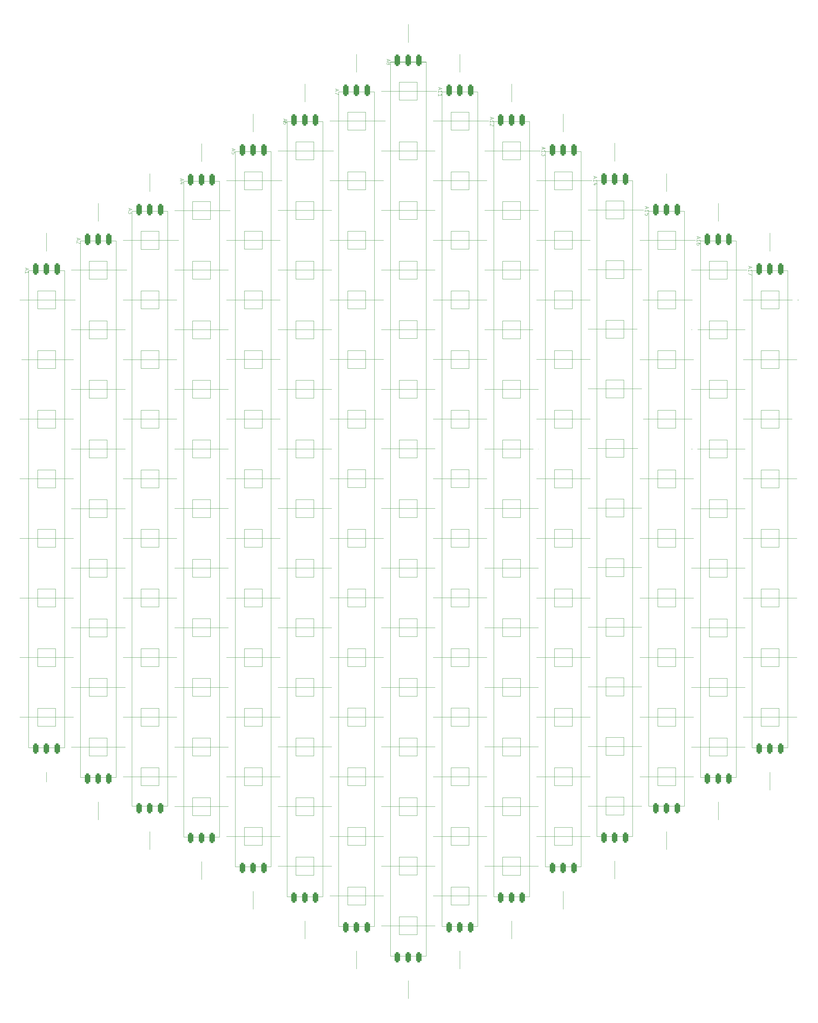
<source format=gto>
%TF.GenerationSoftware,KiCad,Pcbnew,7.0.9*%
%TF.CreationDate,2024-01-04T10:45:34-06:00*%
%TF.ProjectId,HexDisplayPCB,48657844-6973-4706-9c61-795043422e6b,rev?*%
%TF.SameCoordinates,Original*%
%TF.FileFunction,Legend,Top*%
%TF.FilePolarity,Positive*%
%FSLAX46Y46*%
G04 Gerber Fmt 4.6, Leading zero omitted, Abs format (unit mm)*
G04 Created by KiCad (PCBNEW 7.0.9) date 2024-01-04 10:45:34*
%MOMM*%
%LPD*%
G01*
G04 APERTURE LIST*
G04 Aperture macros list*
%AMRoundRect*
0 Rectangle with rounded corners*
0 $1 Rounding radius*
0 $2 $3 $4 $5 $6 $7 $8 $9 X,Y pos of 4 corners*
0 Add a 4 corners polygon primitive as box body*
4,1,4,$2,$3,$4,$5,$6,$7,$8,$9,$2,$3,0*
0 Add four circle primitives for the rounded corners*
1,1,$1+$1,$2,$3*
1,1,$1+$1,$4,$5*
1,1,$1+$1,$6,$7*
1,1,$1+$1,$8,$9*
0 Add four rect primitives between the rounded corners*
20,1,$1+$1,$2,$3,$4,$5,0*
20,1,$1+$1,$4,$5,$6,$7,0*
20,1,$1+$1,$6,$7,$8,$9,0*
20,1,$1+$1,$8,$9,$2,$3,0*%
%AMHorizOval*
0 Thick line with rounded ends*
0 $1 width*
0 $2 $3 position (X,Y) of the first rounded end (center of the circle)*
0 $4 $5 position (X,Y) of the second rounded end (center of the circle)*
0 Add line between two ends*
20,1,$1,$2,$3,$4,$5,0*
0 Add two circle primitives to create the rounded ends*
1,1,$1,$2,$3*
1,1,$1,$4,$5*%
%AMRotRect*
0 Rectangle, with rotation*
0 The origin of the aperture is its center*
0 $1 length*
0 $2 width*
0 $3 Rotation angle, in degrees counterclockwise*
0 Add horizontal line*
21,1,$1,$2,0,0,$3*%
G04 Aperture macros list end*
%ADD10C,0.100000*%
%ADD11C,1.524000*%
%ADD12RoundRect,0.381000X-0.381000X1.190500X-0.381000X-1.190500X0.381000X-1.190500X0.381000X1.190500X0*%
%ADD13RoundRect,0.381000X-0.381000X1.025500X-0.381000X-1.025500X0.381000X-1.025500X0.381000X1.025500X0*%
%ADD14C,2.286000*%
%ADD15R,1.700000X1.700000*%
%ADD16O,1.700000X1.700000*%
%ADD17HorizOval,1.700000X0.000000X0.000000X0.000000X0.000000X0*%
%ADD18RotRect,1.700000X1.700000X60.000000*%
%ADD19RotRect,3.500000X3.500000X60.000000*%
%ADD20RoundRect,0.750000X0.491025X-1.149519X1.241025X0.149519X-0.491025X1.149519X-1.241025X-0.149519X0*%
%ADD21RoundRect,0.875000X0.320272X-1.195272X1.195272X0.320272X-0.320272X1.195272X-1.195272X-0.320272X0*%
%ADD22RoundRect,0.102000X0.565000X0.565000X-0.565000X0.565000X-0.565000X-0.565000X0.565000X-0.565000X0*%
%ADD23C,1.334000*%
%ADD24HorizOval,1.700000X0.000000X0.000000X0.000000X0.000000X0*%
%ADD25RotRect,1.700000X1.700000X300.000000*%
%ADD26O,1.800000X1.800000*%
%ADD27O,1.500000X1.500000*%
G04 APERTURE END LIST*
D10*
X364686349Y-102098191D02*
X364686349Y-102574381D01*
X364400634Y-102002953D02*
X365400634Y-102336286D01*
X365400634Y-102336286D02*
X364400634Y-102669619D01*
X364400634Y-103526762D02*
X364400634Y-102955334D01*
X364400634Y-103241048D02*
X365400634Y-103241048D01*
X365400634Y-103241048D02*
X365257777Y-103145810D01*
X365257777Y-103145810D02*
X365162539Y-103050572D01*
X365162539Y-103050572D02*
X365114920Y-102955334D01*
X365305396Y-103907715D02*
X365353015Y-103955334D01*
X365353015Y-103955334D02*
X365400634Y-104050572D01*
X365400634Y-104050572D02*
X365400634Y-104288667D01*
X365400634Y-104288667D02*
X365353015Y-104383905D01*
X365353015Y-104383905D02*
X365305396Y-104431524D01*
X365305396Y-104431524D02*
X365210158Y-104479143D01*
X365210158Y-104479143D02*
X365114920Y-104479143D01*
X365114920Y-104479143D02*
X364972063Y-104431524D01*
X364972063Y-104431524D02*
X364400634Y-103860096D01*
X364400634Y-103860096D02*
X364400634Y-104479143D01*
X249214349Y-135907714D02*
X249214349Y-136383904D01*
X248928634Y-135812476D02*
X249928634Y-136145809D01*
X249928634Y-136145809D02*
X248928634Y-136479142D01*
X249833396Y-136764857D02*
X249881015Y-136812476D01*
X249881015Y-136812476D02*
X249928634Y-136907714D01*
X249928634Y-136907714D02*
X249928634Y-137145809D01*
X249928634Y-137145809D02*
X249881015Y-137241047D01*
X249881015Y-137241047D02*
X249833396Y-137288666D01*
X249833396Y-137288666D02*
X249738158Y-137336285D01*
X249738158Y-137336285D02*
X249642920Y-137336285D01*
X249642920Y-137336285D02*
X249500063Y-137288666D01*
X249500063Y-137288666D02*
X248928634Y-136717238D01*
X248928634Y-136717238D02*
X248928634Y-137336285D01*
X278082349Y-119241048D02*
X278082349Y-119717238D01*
X277796634Y-119145810D02*
X278796634Y-119479143D01*
X278796634Y-119479143D02*
X277796634Y-119812476D01*
X278463301Y-120574381D02*
X277796634Y-120574381D01*
X278844254Y-120336286D02*
X278129968Y-120098191D01*
X278129968Y-120098191D02*
X278129968Y-120717238D01*
X321384349Y-94241048D02*
X321384349Y-94717238D01*
X321098634Y-94145810D02*
X322098634Y-94479143D01*
X322098634Y-94479143D02*
X321098634Y-94812476D01*
X322098634Y-95050572D02*
X322098634Y-95717238D01*
X322098634Y-95717238D02*
X321098634Y-95288667D01*
X263648349Y-127574381D02*
X263648349Y-128050571D01*
X263362634Y-127479143D02*
X264362634Y-127812476D01*
X264362634Y-127812476D02*
X263362634Y-128145809D01*
X264362634Y-128383905D02*
X264362634Y-129002952D01*
X264362634Y-129002952D02*
X263981682Y-128669619D01*
X263981682Y-128669619D02*
X263981682Y-128812476D01*
X263981682Y-128812476D02*
X263934063Y-128907714D01*
X263934063Y-128907714D02*
X263886444Y-128955333D01*
X263886444Y-128955333D02*
X263791206Y-129002952D01*
X263791206Y-129002952D02*
X263553111Y-129002952D01*
X263553111Y-129002952D02*
X263457873Y-128955333D01*
X263457873Y-128955333D02*
X263410254Y-128907714D01*
X263410254Y-128907714D02*
X263362634Y-128812476D01*
X263362634Y-128812476D02*
X263362634Y-128526762D01*
X263362634Y-128526762D02*
X263410254Y-128431524D01*
X263410254Y-128431524D02*
X263457873Y-128383905D01*
X306950349Y-102574381D02*
X306950349Y-103050571D01*
X306664634Y-102479143D02*
X307664634Y-102812476D01*
X307664634Y-102812476D02*
X306664634Y-103145809D01*
X307664634Y-103907714D02*
X307664634Y-103717238D01*
X307664634Y-103717238D02*
X307617015Y-103622000D01*
X307617015Y-103622000D02*
X307569396Y-103574381D01*
X307569396Y-103574381D02*
X307426539Y-103479143D01*
X307426539Y-103479143D02*
X307236063Y-103431524D01*
X307236063Y-103431524D02*
X306855111Y-103431524D01*
X306855111Y-103431524D02*
X306759873Y-103479143D01*
X306759873Y-103479143D02*
X306712254Y-103526762D01*
X306712254Y-103526762D02*
X306664634Y-103622000D01*
X306664634Y-103622000D02*
X306664634Y-103812476D01*
X306664634Y-103812476D02*
X306712254Y-103907714D01*
X306712254Y-103907714D02*
X306759873Y-103955333D01*
X306759873Y-103955333D02*
X306855111Y-104002952D01*
X306855111Y-104002952D02*
X307093206Y-104002952D01*
X307093206Y-104002952D02*
X307188444Y-103955333D01*
X307188444Y-103955333D02*
X307236063Y-103907714D01*
X307236063Y-103907714D02*
X307283682Y-103812476D01*
X307283682Y-103812476D02*
X307283682Y-103622000D01*
X307283682Y-103622000D02*
X307236063Y-103526762D01*
X307236063Y-103526762D02*
X307188444Y-103479143D01*
X307188444Y-103479143D02*
X307093206Y-103431524D01*
X436856349Y-143764858D02*
X436856349Y-144241048D01*
X436570634Y-143669620D02*
X437570634Y-144002953D01*
X437570634Y-144002953D02*
X436570634Y-144336286D01*
X436570634Y-145193429D02*
X436570634Y-144622001D01*
X436570634Y-144907715D02*
X437570634Y-144907715D01*
X437570634Y-144907715D02*
X437427777Y-144812477D01*
X437427777Y-144812477D02*
X437332539Y-144717239D01*
X437332539Y-144717239D02*
X437284920Y-144622001D01*
X437570634Y-145526763D02*
X437570634Y-146193429D01*
X437570634Y-146193429D02*
X436570634Y-145764858D01*
X234780349Y-144241048D02*
X234780349Y-144717238D01*
X234494634Y-144145810D02*
X235494634Y-144479143D01*
X235494634Y-144479143D02*
X234494634Y-144812476D01*
X234494634Y-145669619D02*
X234494634Y-145098191D01*
X234494634Y-145383905D02*
X235494634Y-145383905D01*
X235494634Y-145383905D02*
X235351777Y-145288667D01*
X235351777Y-145288667D02*
X235256539Y-145193429D01*
X235256539Y-145193429D02*
X235208920Y-145098191D01*
X407988349Y-127098191D02*
X407988349Y-127574381D01*
X407702634Y-127002953D02*
X408702634Y-127336286D01*
X408702634Y-127336286D02*
X407702634Y-127669619D01*
X407702634Y-128526762D02*
X407702634Y-127955334D01*
X407702634Y-128241048D02*
X408702634Y-128241048D01*
X408702634Y-128241048D02*
X408559777Y-128145810D01*
X408559777Y-128145810D02*
X408464539Y-128050572D01*
X408464539Y-128050572D02*
X408416920Y-127955334D01*
X408702634Y-129431524D02*
X408702634Y-128955334D01*
X408702634Y-128955334D02*
X408226444Y-128907715D01*
X408226444Y-128907715D02*
X408274063Y-128955334D01*
X408274063Y-128955334D02*
X408321682Y-129050572D01*
X408321682Y-129050572D02*
X408321682Y-129288667D01*
X408321682Y-129288667D02*
X408274063Y-129383905D01*
X408274063Y-129383905D02*
X408226444Y-129431524D01*
X408226444Y-129431524D02*
X408131206Y-129479143D01*
X408131206Y-129479143D02*
X407893111Y-129479143D01*
X407893111Y-129479143D02*
X407797873Y-129431524D01*
X407797873Y-129431524D02*
X407750254Y-129383905D01*
X407750254Y-129383905D02*
X407702634Y-129288667D01*
X407702634Y-129288667D02*
X407702634Y-129050572D01*
X407702634Y-129050572D02*
X407750254Y-128955334D01*
X407750254Y-128955334D02*
X407797873Y-128907715D01*
X393528295Y-118618024D02*
X393528295Y-119094214D01*
X393242580Y-118522786D02*
X394242580Y-118856119D01*
X394242580Y-118856119D02*
X393242580Y-119189452D01*
X393242580Y-120046595D02*
X393242580Y-119475167D01*
X393242580Y-119760881D02*
X394242580Y-119760881D01*
X394242580Y-119760881D02*
X394099723Y-119665643D01*
X394099723Y-119665643D02*
X394004485Y-119570405D01*
X394004485Y-119570405D02*
X393956866Y-119475167D01*
X393909247Y-120903738D02*
X393242580Y-120903738D01*
X394290200Y-120665643D02*
X393575914Y-120427548D01*
X393575914Y-120427548D02*
X393575914Y-121046595D01*
X422422349Y-135431524D02*
X422422349Y-135907714D01*
X422136634Y-135336286D02*
X423136634Y-135669619D01*
X423136634Y-135669619D02*
X422136634Y-136002952D01*
X422136634Y-136860095D02*
X422136634Y-136288667D01*
X422136634Y-136574381D02*
X423136634Y-136574381D01*
X423136634Y-136574381D02*
X422993777Y-136479143D01*
X422993777Y-136479143D02*
X422898539Y-136383905D01*
X422898539Y-136383905D02*
X422850920Y-136288667D01*
X423136634Y-137717238D02*
X423136634Y-137526762D01*
X423136634Y-137526762D02*
X423089015Y-137431524D01*
X423089015Y-137431524D02*
X423041396Y-137383905D01*
X423041396Y-137383905D02*
X422898539Y-137288667D01*
X422898539Y-137288667D02*
X422708063Y-137241048D01*
X422708063Y-137241048D02*
X422327111Y-137241048D01*
X422327111Y-137241048D02*
X422231873Y-137288667D01*
X422231873Y-137288667D02*
X422184254Y-137336286D01*
X422184254Y-137336286D02*
X422136634Y-137431524D01*
X422136634Y-137431524D02*
X422136634Y-137622000D01*
X422136634Y-137622000D02*
X422184254Y-137717238D01*
X422184254Y-137717238D02*
X422231873Y-137764857D01*
X422231873Y-137764857D02*
X422327111Y-137812476D01*
X422327111Y-137812476D02*
X422565206Y-137812476D01*
X422565206Y-137812476D02*
X422660444Y-137764857D01*
X422660444Y-137764857D02*
X422708063Y-137717238D01*
X422708063Y-137717238D02*
X422755682Y-137622000D01*
X422755682Y-137622000D02*
X422755682Y-137431524D01*
X422755682Y-137431524D02*
X422708063Y-137336286D01*
X422708063Y-137336286D02*
X422660444Y-137288667D01*
X422660444Y-137288667D02*
X422565206Y-137241048D01*
X350252349Y-93764858D02*
X350252349Y-94241048D01*
X349966634Y-93669620D02*
X350966634Y-94002953D01*
X350966634Y-94002953D02*
X349966634Y-94336286D01*
X349966634Y-95193429D02*
X349966634Y-94622001D01*
X349966634Y-94907715D02*
X350966634Y-94907715D01*
X350966634Y-94907715D02*
X350823777Y-94812477D01*
X350823777Y-94812477D02*
X350728539Y-94717239D01*
X350728539Y-94717239D02*
X350680920Y-94622001D01*
X349966634Y-96145810D02*
X349966634Y-95574382D01*
X349966634Y-95860096D02*
X350966634Y-95860096D01*
X350966634Y-95860096D02*
X350823777Y-95764858D01*
X350823777Y-95764858D02*
X350728539Y-95669620D01*
X350728539Y-95669620D02*
X350680920Y-95574382D01*
X335818349Y-85907714D02*
X335818349Y-86383904D01*
X335532634Y-85812476D02*
X336532634Y-86145809D01*
X336532634Y-86145809D02*
X335532634Y-86479142D01*
X336104063Y-86955333D02*
X336151682Y-86860095D01*
X336151682Y-86860095D02*
X336199301Y-86812476D01*
X336199301Y-86812476D02*
X336294539Y-86764857D01*
X336294539Y-86764857D02*
X336342158Y-86764857D01*
X336342158Y-86764857D02*
X336437396Y-86812476D01*
X336437396Y-86812476D02*
X336485015Y-86860095D01*
X336485015Y-86860095D02*
X336532634Y-86955333D01*
X336532634Y-86955333D02*
X336532634Y-87145809D01*
X336532634Y-87145809D02*
X336485015Y-87241047D01*
X336485015Y-87241047D02*
X336437396Y-87288666D01*
X336437396Y-87288666D02*
X336342158Y-87336285D01*
X336342158Y-87336285D02*
X336294539Y-87336285D01*
X336294539Y-87336285D02*
X336199301Y-87288666D01*
X336199301Y-87288666D02*
X336151682Y-87241047D01*
X336151682Y-87241047D02*
X336104063Y-87145809D01*
X336104063Y-87145809D02*
X336104063Y-86955333D01*
X336104063Y-86955333D02*
X336056444Y-86860095D01*
X336056444Y-86860095D02*
X336008825Y-86812476D01*
X336008825Y-86812476D02*
X335913587Y-86764857D01*
X335913587Y-86764857D02*
X335723111Y-86764857D01*
X335723111Y-86764857D02*
X335627873Y-86812476D01*
X335627873Y-86812476D02*
X335580254Y-86860095D01*
X335580254Y-86860095D02*
X335532634Y-86955333D01*
X335532634Y-86955333D02*
X335532634Y-87145809D01*
X335532634Y-87145809D02*
X335580254Y-87241047D01*
X335580254Y-87241047D02*
X335627873Y-87288666D01*
X335627873Y-87288666D02*
X335723111Y-87336285D01*
X335723111Y-87336285D02*
X335913587Y-87336285D01*
X335913587Y-87336285D02*
X336008825Y-87288666D01*
X336008825Y-87288666D02*
X336056444Y-87241047D01*
X336056444Y-87241047D02*
X336104063Y-87145809D01*
X379120349Y-110431524D02*
X379120349Y-110907714D01*
X378834634Y-110336286D02*
X379834634Y-110669619D01*
X379834634Y-110669619D02*
X378834634Y-111002952D01*
X378834634Y-111860095D02*
X378834634Y-111288667D01*
X378834634Y-111574381D02*
X379834634Y-111574381D01*
X379834634Y-111574381D02*
X379691777Y-111479143D01*
X379691777Y-111479143D02*
X379596539Y-111383905D01*
X379596539Y-111383905D02*
X379548920Y-111288667D01*
X379834634Y-112193429D02*
X379834634Y-112812476D01*
X379834634Y-112812476D02*
X379453682Y-112479143D01*
X379453682Y-112479143D02*
X379453682Y-112622000D01*
X379453682Y-112622000D02*
X379406063Y-112717238D01*
X379406063Y-112717238D02*
X379358444Y-112764857D01*
X379358444Y-112764857D02*
X379263206Y-112812476D01*
X379263206Y-112812476D02*
X379025111Y-112812476D01*
X379025111Y-112812476D02*
X378929873Y-112764857D01*
X378929873Y-112764857D02*
X378882254Y-112717238D01*
X378882254Y-112717238D02*
X378834634Y-112622000D01*
X378834634Y-112622000D02*
X378834634Y-112336286D01*
X378834634Y-112336286D02*
X378882254Y-112241048D01*
X378882254Y-112241048D02*
X378929873Y-112193429D01*
X292516349Y-110907714D02*
X292516349Y-111383904D01*
X292230634Y-110812476D02*
X293230634Y-111145809D01*
X293230634Y-111145809D02*
X292230634Y-111479142D01*
X293230634Y-112288666D02*
X293230634Y-111812476D01*
X293230634Y-111812476D02*
X292754444Y-111764857D01*
X292754444Y-111764857D02*
X292802063Y-111812476D01*
X292802063Y-111812476D02*
X292849682Y-111907714D01*
X292849682Y-111907714D02*
X292849682Y-112145809D01*
X292849682Y-112145809D02*
X292802063Y-112241047D01*
X292802063Y-112241047D02*
X292754444Y-112288666D01*
X292754444Y-112288666D02*
X292659206Y-112336285D01*
X292659206Y-112336285D02*
X292421111Y-112336285D01*
X292421111Y-112336285D02*
X292325873Y-112288666D01*
X292325873Y-112288666D02*
X292278254Y-112241047D01*
X292278254Y-112241047D02*
X292230634Y-112145809D01*
X292230634Y-112145809D02*
X292230634Y-111907714D01*
X292230634Y-111907714D02*
X292278254Y-111812476D01*
X292278254Y-111812476D02*
X292325873Y-111764857D01*
%TO.C,A12*%
X370398054Y-97788667D02*
X370398054Y-92788667D01*
X374334421Y-103293012D02*
X364334421Y-103293012D01*
X372898054Y-111446667D02*
X378398054Y-111446667D01*
X362898054Y-111446667D02*
X377898054Y-111446667D01*
X362898054Y-128106667D02*
X377898054Y-128106667D01*
X362898054Y-144766667D02*
X377898054Y-144766667D01*
X362898054Y-161426667D02*
X377898054Y-161426667D01*
X362898054Y-178086667D02*
X377898054Y-178086667D01*
X362898054Y-194746667D02*
X377898054Y-194746667D01*
X362898054Y-211406667D02*
X377898054Y-211406667D01*
X362898054Y-228066667D02*
X377898054Y-228066667D01*
X362898054Y-244726667D02*
X377898054Y-244726667D01*
X362898054Y-261386667D02*
X377898054Y-261386667D01*
X362898054Y-278046667D02*
X377898054Y-278046667D01*
X362898054Y-294706667D02*
X377898054Y-294706667D01*
X362898054Y-311366667D02*
X377898054Y-311366667D01*
X370398054Y-326713667D02*
X370398054Y-331713667D01*
X375398054Y-103292417D02*
X365398054Y-103292417D01*
X365398054Y-103292417D02*
X365398054Y-319888667D01*
X365398054Y-319888667D02*
X375398054Y-319888667D01*
X375398054Y-319888667D02*
X375398054Y-103292417D01*
X372898054Y-108946667D02*
X367898054Y-108946667D01*
X367898054Y-108946667D02*
X367898054Y-113946667D01*
X367898054Y-113946667D02*
X372898054Y-113946667D01*
X372898054Y-113946667D02*
X372898054Y-108946667D01*
X372898054Y-125606667D02*
X367898054Y-125606667D01*
X367898054Y-125606667D02*
X367898054Y-130606667D01*
X367898054Y-130606667D02*
X372898054Y-130606667D01*
X372898054Y-130606667D02*
X372898054Y-125606667D01*
X372898054Y-142266667D02*
X367898054Y-142266667D01*
X367898054Y-142266667D02*
X367898054Y-147266667D01*
X367898054Y-147266667D02*
X372898054Y-147266667D01*
X372898054Y-147266667D02*
X372898054Y-142266667D01*
X372898054Y-158926667D02*
X367898054Y-158926667D01*
X367898054Y-158926667D02*
X367898054Y-163926667D01*
X367898054Y-163926667D02*
X372898054Y-163926667D01*
X372898054Y-163926667D02*
X372898054Y-158926667D01*
X372898054Y-175586667D02*
X367898054Y-175586667D01*
X367898054Y-175586667D02*
X367898054Y-180586667D01*
X367898054Y-180586667D02*
X372898054Y-180586667D01*
X372898054Y-180586667D02*
X372898054Y-175586667D01*
X372898054Y-192246667D02*
X367898054Y-192246667D01*
X367898054Y-192246667D02*
X367898054Y-197246667D01*
X367898054Y-197246667D02*
X372898054Y-197246667D01*
X372898054Y-197246667D02*
X372898054Y-192246667D01*
X372898054Y-208906667D02*
X367898054Y-208906667D01*
X367898054Y-208906667D02*
X367898054Y-213906667D01*
X367898054Y-213906667D02*
X372898054Y-213906667D01*
X372898054Y-213906667D02*
X372898054Y-208906667D01*
X372898054Y-225566667D02*
X367898054Y-225566667D01*
X367898054Y-225566667D02*
X367898054Y-230566667D01*
X367898054Y-230566667D02*
X372898054Y-230566667D01*
X372898054Y-230566667D02*
X372898054Y-225566667D01*
X372898054Y-242226667D02*
X367898054Y-242226667D01*
X367898054Y-242226667D02*
X367898054Y-247226667D01*
X367898054Y-247226667D02*
X372898054Y-247226667D01*
X372898054Y-247226667D02*
X372898054Y-242226667D01*
X372898054Y-258886667D02*
X367898054Y-258886667D01*
X367898054Y-258886667D02*
X367898054Y-263886667D01*
X367898054Y-263886667D02*
X372898054Y-263886667D01*
X372898054Y-263886667D02*
X372898054Y-258886667D01*
X372898054Y-275546667D02*
X367898054Y-275546667D01*
X367898054Y-275546667D02*
X367898054Y-280546667D01*
X367898054Y-280546667D02*
X372898054Y-280546667D01*
X372898054Y-280546667D02*
X372898054Y-275546667D01*
X372898054Y-292206667D02*
X367898054Y-292206667D01*
X367898054Y-292206667D02*
X367898054Y-297206667D01*
X367898054Y-297206667D02*
X372898054Y-297206667D01*
X372898054Y-297206667D02*
X372898054Y-292206667D01*
X372898054Y-308866667D02*
X367898054Y-308866667D01*
X367898054Y-308866667D02*
X367898054Y-313866667D01*
X367898054Y-313866667D02*
X372898054Y-313866667D01*
X372898054Y-313866667D02*
X372898054Y-308866667D01*
%TO.C,A2*%
X254926054Y-131122000D02*
X254926054Y-126122000D01*
X259926054Y-136622000D02*
X249926054Y-136622000D01*
X257426054Y-144780000D02*
X262926054Y-144780000D01*
X247426054Y-144780000D02*
X262426054Y-144780000D01*
X247426054Y-161440000D02*
X262426054Y-161440000D01*
X247426054Y-178100000D02*
X262426054Y-178100000D01*
X247426054Y-194760000D02*
X262426054Y-194760000D01*
X247426054Y-211420000D02*
X262426054Y-211420000D01*
X247426054Y-228080000D02*
X262426054Y-228080000D01*
X247426054Y-244740000D02*
X262426054Y-244740000D01*
X247426054Y-261400000D02*
X262426054Y-261400000D01*
X247426054Y-278060000D02*
X262426054Y-278060000D01*
X254926054Y-293407000D02*
X254926054Y-298407000D01*
X259926054Y-136621772D02*
X249926054Y-136621772D01*
X249926054Y-136621772D02*
X249926054Y-286582000D01*
X249926054Y-286582000D02*
X259926054Y-286582000D01*
X259926054Y-286582000D02*
X259926054Y-136621772D01*
X257426054Y-142280000D02*
X252426054Y-142280000D01*
X252426054Y-142280000D02*
X252426054Y-147280000D01*
X252426054Y-147280000D02*
X257426054Y-147280000D01*
X257426054Y-147280000D02*
X257426054Y-142280000D01*
X257426054Y-158940000D02*
X252426054Y-158940000D01*
X252426054Y-158940000D02*
X252426054Y-163940000D01*
X252426054Y-163940000D02*
X257426054Y-163940000D01*
X257426054Y-163940000D02*
X257426054Y-158940000D01*
X257426054Y-175600000D02*
X252426054Y-175600000D01*
X252426054Y-175600000D02*
X252426054Y-180600000D01*
X252426054Y-180600000D02*
X257426054Y-180600000D01*
X257426054Y-180600000D02*
X257426054Y-175600000D01*
X257426054Y-192260000D02*
X252426054Y-192260000D01*
X252426054Y-192260000D02*
X252426054Y-197260000D01*
X252426054Y-197260000D02*
X257426054Y-197260000D01*
X257426054Y-197260000D02*
X257426054Y-192260000D01*
X257426054Y-208920000D02*
X252426054Y-208920000D01*
X252426054Y-208920000D02*
X252426054Y-213920000D01*
X252426054Y-213920000D02*
X257426054Y-213920000D01*
X257426054Y-213920000D02*
X257426054Y-208920000D01*
X257426054Y-225580000D02*
X252426054Y-225580000D01*
X252426054Y-225580000D02*
X252426054Y-230580000D01*
X252426054Y-230580000D02*
X257426054Y-230580000D01*
X257426054Y-230580000D02*
X257426054Y-225580000D01*
X257426054Y-242240000D02*
X252426054Y-242240000D01*
X252426054Y-242240000D02*
X252426054Y-247240000D01*
X252426054Y-247240000D02*
X257426054Y-247240000D01*
X257426054Y-247240000D02*
X257426054Y-242240000D01*
X257426054Y-258900000D02*
X252426054Y-258900000D01*
X252426054Y-258900000D02*
X252426054Y-263900000D01*
X252426054Y-263900000D02*
X257426054Y-263900000D01*
X257426054Y-263900000D02*
X257426054Y-258900000D01*
X257426054Y-275560000D02*
X252426054Y-275560000D01*
X252426054Y-275560000D02*
X252426054Y-280560000D01*
X252426054Y-280560000D02*
X257426054Y-280560000D01*
X257426054Y-280560000D02*
X257426054Y-275560000D01*
%TO.C,A4*%
X283794054Y-114455334D02*
X283794054Y-109455334D01*
X288794054Y-119955334D02*
X278794054Y-119955334D01*
X286294054Y-128113334D02*
X291794054Y-128113334D01*
X276294054Y-128113334D02*
X291294054Y-128113334D01*
X276294054Y-144773334D02*
X291294054Y-144773334D01*
X276294054Y-161433334D02*
X291294054Y-161433334D01*
X276294054Y-178093334D02*
X291294054Y-178093334D01*
X276294054Y-194753334D02*
X291294054Y-194753334D01*
X276294054Y-211413334D02*
X291294054Y-211413334D01*
X276294054Y-228073334D02*
X291294054Y-228073334D01*
X276294054Y-244733334D02*
X291294054Y-244733334D01*
X276294054Y-261393334D02*
X291294054Y-261393334D01*
X276294054Y-278053334D02*
X291294054Y-278053334D01*
X276294054Y-294713334D02*
X291294054Y-294713334D01*
X283794054Y-310060334D02*
X283794054Y-315060334D01*
X288794054Y-119935334D02*
X278794054Y-119935334D01*
X278794054Y-119935334D02*
X278794054Y-303235334D01*
X278794054Y-303235334D02*
X288794054Y-303235334D01*
X288794054Y-303235334D02*
X288794054Y-119935334D01*
X286294054Y-125613334D02*
X281294054Y-125613334D01*
X281294054Y-125613334D02*
X281294054Y-130613334D01*
X281294054Y-130613334D02*
X286294054Y-130613334D01*
X286294054Y-130613334D02*
X286294054Y-125613334D01*
X286294054Y-142273334D02*
X281294054Y-142273334D01*
X281294054Y-142273334D02*
X281294054Y-147273334D01*
X281294054Y-147273334D02*
X286294054Y-147273334D01*
X286294054Y-147273334D02*
X286294054Y-142273334D01*
X286294054Y-158933334D02*
X281294054Y-158933334D01*
X281294054Y-158933334D02*
X281294054Y-163933334D01*
X281294054Y-163933334D02*
X286294054Y-163933334D01*
X286294054Y-163933334D02*
X286294054Y-158933334D01*
X286294054Y-175593334D02*
X281294054Y-175593334D01*
X281294054Y-175593334D02*
X281294054Y-180593334D01*
X281294054Y-180593334D02*
X286294054Y-180593334D01*
X286294054Y-180593334D02*
X286294054Y-175593334D01*
X286294054Y-192253334D02*
X281294054Y-192253334D01*
X281294054Y-192253334D02*
X281294054Y-197253334D01*
X281294054Y-197253334D02*
X286294054Y-197253334D01*
X286294054Y-197253334D02*
X286294054Y-192253334D01*
X286294054Y-208913334D02*
X281294054Y-208913334D01*
X281294054Y-208913334D02*
X281294054Y-213913334D01*
X281294054Y-213913334D02*
X286294054Y-213913334D01*
X286294054Y-213913334D02*
X286294054Y-208913334D01*
X286294054Y-225573334D02*
X281294054Y-225573334D01*
X281294054Y-225573334D02*
X281294054Y-230573334D01*
X281294054Y-230573334D02*
X286294054Y-230573334D01*
X286294054Y-230573334D02*
X286294054Y-225573334D01*
X286294054Y-242233334D02*
X281294054Y-242233334D01*
X281294054Y-242233334D02*
X281294054Y-247233334D01*
X281294054Y-247233334D02*
X286294054Y-247233334D01*
X286294054Y-247233334D02*
X286294054Y-242233334D01*
X286294054Y-258893334D02*
X281294054Y-258893334D01*
X281294054Y-258893334D02*
X281294054Y-263893334D01*
X281294054Y-263893334D02*
X286294054Y-263893334D01*
X286294054Y-263893334D02*
X286294054Y-258893334D01*
X286294054Y-275553334D02*
X281294054Y-275553334D01*
X281294054Y-275553334D02*
X281294054Y-280553334D01*
X281294054Y-280553334D02*
X286294054Y-280553334D01*
X286294054Y-280553334D02*
X286294054Y-275553334D01*
X286294054Y-292213334D02*
X281294054Y-292213334D01*
X281294054Y-292213334D02*
X281294054Y-297213334D01*
X281294054Y-297213334D02*
X286294054Y-297213334D01*
X286294054Y-297213334D02*
X286294054Y-292213334D01*
%TO.C,A7*%
X327096054Y-89455334D02*
X327096054Y-84455334D01*
X332096054Y-94955334D02*
X322096054Y-94955334D01*
X329596054Y-103113334D02*
X335096054Y-103113334D01*
X319596054Y-103113334D02*
X334596054Y-103113334D01*
X319596054Y-119773334D02*
X334596054Y-119773334D01*
X319596054Y-136433334D02*
X334596054Y-136433334D01*
X319596054Y-153093334D02*
X334596054Y-153093334D01*
X319596054Y-169753334D02*
X334596054Y-169753334D01*
X319596054Y-186413334D02*
X334596054Y-186413334D01*
X319596054Y-203073334D02*
X334596054Y-203073334D01*
X319596054Y-219733334D02*
X334596054Y-219733334D01*
X319596054Y-236393334D02*
X334596054Y-236393334D01*
X319596054Y-253053334D02*
X334596054Y-253053334D01*
X319596054Y-269713334D02*
X334596054Y-269713334D01*
X319596054Y-286373334D02*
X334596054Y-286373334D01*
X319596054Y-303033334D02*
X334596054Y-303033334D01*
X319596054Y-319693334D02*
X334596054Y-319693334D01*
X327096054Y-335040334D02*
X327096054Y-340040334D01*
X332096054Y-94955334D02*
X322096054Y-94955334D01*
X322096054Y-94955334D02*
X322096054Y-328255334D01*
X322096054Y-328255334D02*
X332096054Y-328255334D01*
X332096054Y-328255334D02*
X332096054Y-94955334D01*
X329596054Y-100613334D02*
X324596054Y-100613334D01*
X324596054Y-100613334D02*
X324596054Y-105613334D01*
X324596054Y-105613334D02*
X329596054Y-105613334D01*
X329596054Y-105613334D02*
X329596054Y-100613334D01*
X329596054Y-117273334D02*
X324596054Y-117273334D01*
X324596054Y-117273334D02*
X324596054Y-122273334D01*
X324596054Y-122273334D02*
X329596054Y-122273334D01*
X329596054Y-122273334D02*
X329596054Y-117273334D01*
X329596054Y-133933334D02*
X324596054Y-133933334D01*
X324596054Y-133933334D02*
X324596054Y-138933334D01*
X324596054Y-138933334D02*
X329596054Y-138933334D01*
X329596054Y-138933334D02*
X329596054Y-133933334D01*
X329596054Y-150593334D02*
X324596054Y-150593334D01*
X324596054Y-150593334D02*
X324596054Y-155593334D01*
X324596054Y-155593334D02*
X329596054Y-155593334D01*
X329596054Y-155593334D02*
X329596054Y-150593334D01*
X329596054Y-167253334D02*
X324596054Y-167253334D01*
X324596054Y-167253334D02*
X324596054Y-172253334D01*
X324596054Y-172253334D02*
X329596054Y-172253334D01*
X329596054Y-172253334D02*
X329596054Y-167253334D01*
X329596054Y-183913334D02*
X324596054Y-183913334D01*
X324596054Y-183913334D02*
X324596054Y-188913334D01*
X324596054Y-188913334D02*
X329596054Y-188913334D01*
X329596054Y-188913334D02*
X329596054Y-183913334D01*
X329596054Y-200573334D02*
X324596054Y-200573334D01*
X324596054Y-200573334D02*
X324596054Y-205573334D01*
X324596054Y-205573334D02*
X329596054Y-205573334D01*
X329596054Y-205573334D02*
X329596054Y-200573334D01*
X329596054Y-217233334D02*
X324596054Y-217233334D01*
X324596054Y-217233334D02*
X324596054Y-222233334D01*
X324596054Y-222233334D02*
X329596054Y-222233334D01*
X329596054Y-222233334D02*
X329596054Y-217233334D01*
X329596054Y-233893334D02*
X324596054Y-233893334D01*
X324596054Y-233893334D02*
X324596054Y-238893334D01*
X324596054Y-238893334D02*
X329596054Y-238893334D01*
X329596054Y-238893334D02*
X329596054Y-233893334D01*
X329596054Y-250553334D02*
X324596054Y-250553334D01*
X324596054Y-250553334D02*
X324596054Y-255553334D01*
X324596054Y-255553334D02*
X329596054Y-255553334D01*
X329596054Y-255553334D02*
X329596054Y-250553334D01*
X329596054Y-267213334D02*
X324596054Y-267213334D01*
X324596054Y-267213334D02*
X324596054Y-272213334D01*
X324596054Y-272213334D02*
X329596054Y-272213334D01*
X329596054Y-272213334D02*
X329596054Y-267213334D01*
X329596054Y-283873334D02*
X324596054Y-283873334D01*
X324596054Y-283873334D02*
X324596054Y-288873334D01*
X324596054Y-288873334D02*
X329596054Y-288873334D01*
X329596054Y-288873334D02*
X329596054Y-283873334D01*
X329596054Y-300533334D02*
X324596054Y-300533334D01*
X324596054Y-300533334D02*
X324596054Y-305533334D01*
X324596054Y-305533334D02*
X329596054Y-305533334D01*
X329596054Y-305533334D02*
X329596054Y-300533334D01*
X329596054Y-317193334D02*
X324596054Y-317193334D01*
X324596054Y-317193334D02*
X324596054Y-322193334D01*
X324596054Y-322193334D02*
X329596054Y-322193334D01*
X329596054Y-322193334D02*
X329596054Y-317193334D01*
%TO.C,A3*%
X269360054Y-122788667D02*
X269360054Y-117788667D01*
X274360054Y-128288667D02*
X264360054Y-128288667D01*
X271860054Y-136446667D02*
X277360054Y-136446667D01*
X261860054Y-136446667D02*
X276860054Y-136446667D01*
X261860054Y-153106667D02*
X276860054Y-153106667D01*
X261860054Y-169766667D02*
X276860054Y-169766667D01*
X261860054Y-186426667D02*
X276860054Y-186426667D01*
X261860054Y-203086667D02*
X276860054Y-203086667D01*
X261860054Y-219746667D02*
X276860054Y-219746667D01*
X261860054Y-236406667D02*
X276860054Y-236406667D01*
X261860054Y-253066667D02*
X276860054Y-253066667D01*
X261860054Y-269726667D02*
X276860054Y-269726667D01*
X261860054Y-286386667D02*
X276860054Y-286386667D01*
X269360054Y-301733667D02*
X269360054Y-306733667D01*
X274360054Y-128288667D02*
X264360054Y-128288667D01*
X264360054Y-128288667D02*
X264360054Y-294588667D01*
X264360054Y-294588667D02*
X274360054Y-294588667D01*
X274360054Y-294588667D02*
X274360054Y-128288667D01*
X271860054Y-133946667D02*
X266860054Y-133946667D01*
X266860054Y-133946667D02*
X266860054Y-138946667D01*
X266860054Y-138946667D02*
X271860054Y-138946667D01*
X271860054Y-138946667D02*
X271860054Y-133946667D01*
X271860054Y-150606667D02*
X266860054Y-150606667D01*
X266860054Y-150606667D02*
X266860054Y-155606667D01*
X266860054Y-155606667D02*
X271860054Y-155606667D01*
X271860054Y-155606667D02*
X271860054Y-150606667D01*
X271860054Y-167266667D02*
X266860054Y-167266667D01*
X266860054Y-167266667D02*
X266860054Y-172266667D01*
X266860054Y-172266667D02*
X271860054Y-172266667D01*
X271860054Y-172266667D02*
X271860054Y-167266667D01*
X271860054Y-183926667D02*
X266860054Y-183926667D01*
X266860054Y-183926667D02*
X266860054Y-188926667D01*
X266860054Y-188926667D02*
X271860054Y-188926667D01*
X271860054Y-188926667D02*
X271860054Y-183926667D01*
X271860054Y-200586667D02*
X266860054Y-200586667D01*
X266860054Y-200586667D02*
X266860054Y-205586667D01*
X266860054Y-205586667D02*
X271860054Y-205586667D01*
X271860054Y-205586667D02*
X271860054Y-200586667D01*
X271860054Y-217246667D02*
X266860054Y-217246667D01*
X266860054Y-217246667D02*
X266860054Y-222246667D01*
X266860054Y-222246667D02*
X271860054Y-222246667D01*
X271860054Y-222246667D02*
X271860054Y-217246667D01*
X271860054Y-233906667D02*
X266860054Y-233906667D01*
X266860054Y-233906667D02*
X266860054Y-238906667D01*
X266860054Y-238906667D02*
X271860054Y-238906667D01*
X271860054Y-238906667D02*
X271860054Y-233906667D01*
X271860054Y-250566667D02*
X266860054Y-250566667D01*
X266860054Y-250566667D02*
X266860054Y-255566667D01*
X266860054Y-255566667D02*
X271860054Y-255566667D01*
X271860054Y-255566667D02*
X271860054Y-250566667D01*
X271860054Y-267226667D02*
X266860054Y-267226667D01*
X266860054Y-267226667D02*
X266860054Y-272226667D01*
X266860054Y-272226667D02*
X271860054Y-272226667D01*
X271860054Y-272226667D02*
X271860054Y-267226667D01*
X271860054Y-283886667D02*
X266860054Y-283886667D01*
X266860054Y-283886667D02*
X266860054Y-288886667D01*
X266860054Y-288886667D02*
X271860054Y-288886667D01*
X271860054Y-288886667D02*
X271860054Y-283886667D01*
%TO.C,A6*%
X312662054Y-97788667D02*
X312662054Y-92788667D01*
X316598421Y-103293012D02*
X306598421Y-103293012D01*
X315162054Y-111446667D02*
X320662054Y-111446667D01*
X305162054Y-111446667D02*
X320162054Y-111446667D01*
X305162054Y-128106667D02*
X320162054Y-128106667D01*
X305162054Y-144766667D02*
X320162054Y-144766667D01*
X305162054Y-161426667D02*
X320162054Y-161426667D01*
X305162054Y-178086667D02*
X320162054Y-178086667D01*
X305162054Y-194746667D02*
X320162054Y-194746667D01*
X305162054Y-211406667D02*
X320162054Y-211406667D01*
X305162054Y-228066667D02*
X320162054Y-228066667D01*
X305162054Y-244726667D02*
X320162054Y-244726667D01*
X305162054Y-261386667D02*
X320162054Y-261386667D01*
X305162054Y-278046667D02*
X320162054Y-278046667D01*
X305162054Y-294706667D02*
X320162054Y-294706667D01*
X305162054Y-311366667D02*
X320162054Y-311366667D01*
X312662054Y-326713667D02*
X312662054Y-331713667D01*
X317662054Y-103292417D02*
X307662054Y-103292417D01*
X307662054Y-103292417D02*
X307662054Y-319888667D01*
X307662054Y-319888667D02*
X317662054Y-319888667D01*
X317662054Y-319888667D02*
X317662054Y-103292417D01*
X315162054Y-108946667D02*
X310162054Y-108946667D01*
X310162054Y-108946667D02*
X310162054Y-113946667D01*
X310162054Y-113946667D02*
X315162054Y-113946667D01*
X315162054Y-113946667D02*
X315162054Y-108946667D01*
X315162054Y-125606667D02*
X310162054Y-125606667D01*
X310162054Y-125606667D02*
X310162054Y-130606667D01*
X310162054Y-130606667D02*
X315162054Y-130606667D01*
X315162054Y-130606667D02*
X315162054Y-125606667D01*
X315162054Y-142266667D02*
X310162054Y-142266667D01*
X310162054Y-142266667D02*
X310162054Y-147266667D01*
X310162054Y-147266667D02*
X315162054Y-147266667D01*
X315162054Y-147266667D02*
X315162054Y-142266667D01*
X315162054Y-158926667D02*
X310162054Y-158926667D01*
X310162054Y-158926667D02*
X310162054Y-163926667D01*
X310162054Y-163926667D02*
X315162054Y-163926667D01*
X315162054Y-163926667D02*
X315162054Y-158926667D01*
X315162054Y-175586667D02*
X310162054Y-175586667D01*
X310162054Y-175586667D02*
X310162054Y-180586667D01*
X310162054Y-180586667D02*
X315162054Y-180586667D01*
X315162054Y-180586667D02*
X315162054Y-175586667D01*
X315162054Y-192246667D02*
X310162054Y-192246667D01*
X310162054Y-192246667D02*
X310162054Y-197246667D01*
X310162054Y-197246667D02*
X315162054Y-197246667D01*
X315162054Y-197246667D02*
X315162054Y-192246667D01*
X315162054Y-208906667D02*
X310162054Y-208906667D01*
X310162054Y-208906667D02*
X310162054Y-213906667D01*
X310162054Y-213906667D02*
X315162054Y-213906667D01*
X315162054Y-213906667D02*
X315162054Y-208906667D01*
X315162054Y-225566667D02*
X310162054Y-225566667D01*
X310162054Y-225566667D02*
X310162054Y-230566667D01*
X310162054Y-230566667D02*
X315162054Y-230566667D01*
X315162054Y-230566667D02*
X315162054Y-225566667D01*
X315162054Y-242226667D02*
X310162054Y-242226667D01*
X310162054Y-242226667D02*
X310162054Y-247226667D01*
X310162054Y-247226667D02*
X315162054Y-247226667D01*
X315162054Y-247226667D02*
X315162054Y-242226667D01*
X315162054Y-258886667D02*
X310162054Y-258886667D01*
X310162054Y-258886667D02*
X310162054Y-263886667D01*
X310162054Y-263886667D02*
X315162054Y-263886667D01*
X315162054Y-263886667D02*
X315162054Y-258886667D01*
X315162054Y-275546667D02*
X310162054Y-275546667D01*
X310162054Y-275546667D02*
X310162054Y-280546667D01*
X310162054Y-280546667D02*
X315162054Y-280546667D01*
X315162054Y-280546667D02*
X315162054Y-275546667D01*
X315162054Y-292206667D02*
X310162054Y-292206667D01*
X310162054Y-292206667D02*
X310162054Y-297206667D01*
X310162054Y-297206667D02*
X315162054Y-297206667D01*
X315162054Y-297206667D02*
X315162054Y-292206667D01*
X315162054Y-308866667D02*
X310162054Y-308866667D01*
X310162054Y-308866667D02*
X310162054Y-313866667D01*
X310162054Y-313866667D02*
X315162054Y-313866667D01*
X315162054Y-313866667D02*
X315162054Y-308866667D01*
%TO.C,A17*%
X442568054Y-139455334D02*
X442568054Y-134455334D01*
X447568054Y-144955334D02*
X437568054Y-144955334D01*
X445068054Y-153113334D02*
X450568054Y-153113334D01*
X435068054Y-153113334D02*
X450068054Y-153113334D01*
X435068054Y-169773334D02*
X450068054Y-169773334D01*
X435068054Y-186433334D02*
X450068054Y-186433334D01*
X435068054Y-203093334D02*
X450068054Y-203093334D01*
X435068054Y-219753334D02*
X450068054Y-219753334D01*
X435068054Y-236413334D02*
X450068054Y-236413334D01*
X435068054Y-253073334D02*
X450068054Y-253073334D01*
X435068054Y-269733334D02*
X450068054Y-269733334D01*
X442568054Y-285080334D02*
X442568054Y-290080334D01*
X447568054Y-144955334D02*
X437568054Y-144955334D01*
X437568054Y-144955334D02*
X437568054Y-278255334D01*
X437568054Y-278255334D02*
X447568054Y-278255334D01*
X447568054Y-278255334D02*
X447568054Y-144955334D01*
X445068054Y-150613334D02*
X440068054Y-150613334D01*
X440068054Y-150613334D02*
X440068054Y-155613334D01*
X440068054Y-155613334D02*
X445068054Y-155613334D01*
X445068054Y-155613334D02*
X445068054Y-150613334D01*
X445068054Y-167273334D02*
X440068054Y-167273334D01*
X440068054Y-167273334D02*
X440068054Y-172273334D01*
X440068054Y-172273334D02*
X445068054Y-172273334D01*
X445068054Y-172273334D02*
X445068054Y-167273334D01*
X445068054Y-183933334D02*
X440068054Y-183933334D01*
X440068054Y-183933334D02*
X440068054Y-188933334D01*
X440068054Y-188933334D02*
X445068054Y-188933334D01*
X445068054Y-188933334D02*
X445068054Y-183933334D01*
X445068054Y-200593334D02*
X440068054Y-200593334D01*
X440068054Y-200593334D02*
X440068054Y-205593334D01*
X440068054Y-205593334D02*
X445068054Y-205593334D01*
X445068054Y-205593334D02*
X445068054Y-200593334D01*
X445068054Y-217253334D02*
X440068054Y-217253334D01*
X440068054Y-217253334D02*
X440068054Y-222253334D01*
X440068054Y-222253334D02*
X445068054Y-222253334D01*
X445068054Y-222253334D02*
X445068054Y-217253334D01*
X445068054Y-233913334D02*
X440068054Y-233913334D01*
X440068054Y-233913334D02*
X440068054Y-238913334D01*
X440068054Y-238913334D02*
X445068054Y-238913334D01*
X445068054Y-238913334D02*
X445068054Y-233913334D01*
X445068054Y-250573334D02*
X440068054Y-250573334D01*
X440068054Y-250573334D02*
X440068054Y-255573334D01*
X440068054Y-255573334D02*
X445068054Y-255573334D01*
X445068054Y-255573334D02*
X445068054Y-250573334D01*
X445068054Y-267233334D02*
X440068054Y-267233334D01*
X440068054Y-267233334D02*
X440068054Y-272233334D01*
X440068054Y-272233334D02*
X445068054Y-272233334D01*
X445068054Y-272233334D02*
X445068054Y-267233334D01*
%TO.C,A1*%
X240492054Y-139455334D02*
X240492054Y-134455334D01*
X245492054Y-144955334D02*
X235492054Y-144955334D01*
X242992054Y-153113334D02*
X248492054Y-153113334D01*
X232992054Y-153113334D02*
X247992054Y-153113334D01*
X232992054Y-169773334D02*
X247992054Y-169773334D01*
X232992054Y-186433334D02*
X247992054Y-186433334D01*
X232992054Y-203093334D02*
X247992054Y-203093334D01*
X232992054Y-219753334D02*
X247992054Y-219753334D01*
X232992054Y-236413334D02*
X247992054Y-236413334D01*
X232992054Y-253073334D02*
X247992054Y-253073334D01*
X232992054Y-269733334D02*
X247992054Y-269733334D01*
X240492054Y-285080334D02*
X240492054Y-290080334D01*
X245492054Y-144955334D02*
X235492054Y-144955334D01*
X235492054Y-144955334D02*
X235492054Y-278255334D01*
X235492054Y-278255334D02*
X245492054Y-278255334D01*
X245492054Y-278255334D02*
X245492054Y-144955334D01*
X242992054Y-150613334D02*
X237992054Y-150613334D01*
X237992054Y-150613334D02*
X237992054Y-155613334D01*
X237992054Y-155613334D02*
X242992054Y-155613334D01*
X242992054Y-155613334D02*
X242992054Y-150613334D01*
X242992054Y-167273334D02*
X237992054Y-167273334D01*
X237992054Y-167273334D02*
X237992054Y-172273334D01*
X237992054Y-172273334D02*
X242992054Y-172273334D01*
X242992054Y-172273334D02*
X242992054Y-167273334D01*
X242992054Y-183933334D02*
X237992054Y-183933334D01*
X237992054Y-183933334D02*
X237992054Y-188933334D01*
X237992054Y-188933334D02*
X242992054Y-188933334D01*
X242992054Y-188933334D02*
X242992054Y-183933334D01*
X242992054Y-200593334D02*
X237992054Y-200593334D01*
X237992054Y-200593334D02*
X237992054Y-205593334D01*
X237992054Y-205593334D02*
X242992054Y-205593334D01*
X242992054Y-205593334D02*
X242992054Y-200593334D01*
X242992054Y-217253334D02*
X237992054Y-217253334D01*
X237992054Y-217253334D02*
X237992054Y-222253334D01*
X237992054Y-222253334D02*
X242992054Y-222253334D01*
X242992054Y-222253334D02*
X242992054Y-217253334D01*
X242992054Y-233913334D02*
X237992054Y-233913334D01*
X237992054Y-233913334D02*
X237992054Y-238913334D01*
X237992054Y-238913334D02*
X242992054Y-238913334D01*
X242992054Y-238913334D02*
X242992054Y-233913334D01*
X242992054Y-250573334D02*
X237992054Y-250573334D01*
X237992054Y-250573334D02*
X237992054Y-255573334D01*
X237992054Y-255573334D02*
X242992054Y-255573334D01*
X242992054Y-255573334D02*
X242992054Y-250573334D01*
X242992054Y-267233334D02*
X237992054Y-267233334D01*
X237992054Y-267233334D02*
X237992054Y-272233334D01*
X237992054Y-272233334D02*
X242992054Y-272233334D01*
X242992054Y-272233334D02*
X242992054Y-267233334D01*
%TO.C,A15*%
X413700054Y-122788667D02*
X413700054Y-117788667D01*
X418700054Y-128288667D02*
X408700054Y-128288667D01*
X416200054Y-136446667D02*
X421700054Y-136446667D01*
X406200054Y-136446667D02*
X421200054Y-136446667D01*
X406200054Y-153106667D02*
X421200054Y-153106667D01*
X406200054Y-169766667D02*
X421200054Y-169766667D01*
X406200054Y-186426667D02*
X421200054Y-186426667D01*
X406200054Y-203086667D02*
X421200054Y-203086667D01*
X406200054Y-219746667D02*
X421200054Y-219746667D01*
X406200054Y-236406667D02*
X421200054Y-236406667D01*
X406200054Y-253066667D02*
X421200054Y-253066667D01*
X406200054Y-269726667D02*
X421200054Y-269726667D01*
X406200054Y-286386667D02*
X421200054Y-286386667D01*
X413700054Y-301733667D02*
X413700054Y-306733667D01*
X418700054Y-128288667D02*
X408700054Y-128288667D01*
X408700054Y-128288667D02*
X408700054Y-294588667D01*
X408700054Y-294588667D02*
X418700054Y-294588667D01*
X418700054Y-294588667D02*
X418700054Y-128288667D01*
X416200054Y-133946667D02*
X411200054Y-133946667D01*
X411200054Y-133946667D02*
X411200054Y-138946667D01*
X411200054Y-138946667D02*
X416200054Y-138946667D01*
X416200054Y-138946667D02*
X416200054Y-133946667D01*
X416200054Y-150606667D02*
X411200054Y-150606667D01*
X411200054Y-150606667D02*
X411200054Y-155606667D01*
X411200054Y-155606667D02*
X416200054Y-155606667D01*
X416200054Y-155606667D02*
X416200054Y-150606667D01*
X416200054Y-167266667D02*
X411200054Y-167266667D01*
X411200054Y-167266667D02*
X411200054Y-172266667D01*
X411200054Y-172266667D02*
X416200054Y-172266667D01*
X416200054Y-172266667D02*
X416200054Y-167266667D01*
X416200054Y-183926667D02*
X411200054Y-183926667D01*
X411200054Y-183926667D02*
X411200054Y-188926667D01*
X411200054Y-188926667D02*
X416200054Y-188926667D01*
X416200054Y-188926667D02*
X416200054Y-183926667D01*
X416200054Y-200586667D02*
X411200054Y-200586667D01*
X411200054Y-200586667D02*
X411200054Y-205586667D01*
X411200054Y-205586667D02*
X416200054Y-205586667D01*
X416200054Y-205586667D02*
X416200054Y-200586667D01*
X416200054Y-217246667D02*
X411200054Y-217246667D01*
X411200054Y-217246667D02*
X411200054Y-222246667D01*
X411200054Y-222246667D02*
X416200054Y-222246667D01*
X416200054Y-222246667D02*
X416200054Y-217246667D01*
X416200054Y-233906667D02*
X411200054Y-233906667D01*
X411200054Y-233906667D02*
X411200054Y-238906667D01*
X411200054Y-238906667D02*
X416200054Y-238906667D01*
X416200054Y-238906667D02*
X416200054Y-233906667D01*
X416200054Y-250566667D02*
X411200054Y-250566667D01*
X411200054Y-250566667D02*
X411200054Y-255566667D01*
X411200054Y-255566667D02*
X416200054Y-255566667D01*
X416200054Y-255566667D02*
X416200054Y-250566667D01*
X416200054Y-267226667D02*
X411200054Y-267226667D01*
X411200054Y-267226667D02*
X411200054Y-272226667D01*
X411200054Y-272226667D02*
X416200054Y-272226667D01*
X416200054Y-272226667D02*
X416200054Y-267226667D01*
X416200054Y-283886667D02*
X411200054Y-283886667D01*
X411200054Y-283886667D02*
X411200054Y-288886667D01*
X411200054Y-288886667D02*
X416200054Y-288886667D01*
X416200054Y-288886667D02*
X416200054Y-283886667D01*
%TO.C,A14*%
X399240000Y-114308500D02*
X399240000Y-109308500D01*
X404240000Y-119808500D02*
X394240000Y-119808500D01*
X401740000Y-127966500D02*
X407240000Y-127966500D01*
X391740000Y-127966500D02*
X406740000Y-127966500D01*
X391740000Y-144626500D02*
X406740000Y-144626500D01*
X391740000Y-161286500D02*
X406740000Y-161286500D01*
X391740000Y-177946500D02*
X406740000Y-177946500D01*
X391740000Y-194606500D02*
X406740000Y-194606500D01*
X391740000Y-211266500D02*
X406740000Y-211266500D01*
X391740000Y-227926500D02*
X406740000Y-227926500D01*
X391740000Y-244586500D02*
X406740000Y-244586500D01*
X391740000Y-261246500D02*
X406740000Y-261246500D01*
X391740000Y-277906500D02*
X406740000Y-277906500D01*
X391740000Y-294566500D02*
X406740000Y-294566500D01*
X399240000Y-309913500D02*
X399240000Y-314913500D01*
X404240000Y-119788500D02*
X394240000Y-119788500D01*
X394240000Y-119788500D02*
X394240000Y-303088500D01*
X394240000Y-303088500D02*
X404240000Y-303088500D01*
X404240000Y-303088500D02*
X404240000Y-119788500D01*
X401740000Y-125466500D02*
X396740000Y-125466500D01*
X396740000Y-125466500D02*
X396740000Y-130466500D01*
X396740000Y-130466500D02*
X401740000Y-130466500D01*
X401740000Y-130466500D02*
X401740000Y-125466500D01*
X401740000Y-142126500D02*
X396740000Y-142126500D01*
X396740000Y-142126500D02*
X396740000Y-147126500D01*
X396740000Y-147126500D02*
X401740000Y-147126500D01*
X401740000Y-147126500D02*
X401740000Y-142126500D01*
X401740000Y-158786500D02*
X396740000Y-158786500D01*
X396740000Y-158786500D02*
X396740000Y-163786500D01*
X396740000Y-163786500D02*
X401740000Y-163786500D01*
X401740000Y-163786500D02*
X401740000Y-158786500D01*
X401740000Y-175446500D02*
X396740000Y-175446500D01*
X396740000Y-175446500D02*
X396740000Y-180446500D01*
X396740000Y-180446500D02*
X401740000Y-180446500D01*
X401740000Y-180446500D02*
X401740000Y-175446500D01*
X401740000Y-192106500D02*
X396740000Y-192106500D01*
X396740000Y-192106500D02*
X396740000Y-197106500D01*
X396740000Y-197106500D02*
X401740000Y-197106500D01*
X401740000Y-197106500D02*
X401740000Y-192106500D01*
X401740000Y-208766500D02*
X396740000Y-208766500D01*
X396740000Y-208766500D02*
X396740000Y-213766500D01*
X396740000Y-213766500D02*
X401740000Y-213766500D01*
X401740000Y-213766500D02*
X401740000Y-208766500D01*
X401740000Y-225426500D02*
X396740000Y-225426500D01*
X396740000Y-225426500D02*
X396740000Y-230426500D01*
X396740000Y-230426500D02*
X401740000Y-230426500D01*
X401740000Y-230426500D02*
X401740000Y-225426500D01*
X401740000Y-242086500D02*
X396740000Y-242086500D01*
X396740000Y-242086500D02*
X396740000Y-247086500D01*
X396740000Y-247086500D02*
X401740000Y-247086500D01*
X401740000Y-247086500D02*
X401740000Y-242086500D01*
X401740000Y-258746500D02*
X396740000Y-258746500D01*
X396740000Y-258746500D02*
X396740000Y-263746500D01*
X396740000Y-263746500D02*
X401740000Y-263746500D01*
X401740000Y-263746500D02*
X401740000Y-258746500D01*
X401740000Y-275406500D02*
X396740000Y-275406500D01*
X396740000Y-275406500D02*
X396740000Y-280406500D01*
X396740000Y-280406500D02*
X401740000Y-280406500D01*
X401740000Y-280406500D02*
X401740000Y-275406500D01*
X401740000Y-292066500D02*
X396740000Y-292066500D01*
X396740000Y-292066500D02*
X396740000Y-297066500D01*
X396740000Y-297066500D02*
X401740000Y-297066500D01*
X401740000Y-297066500D02*
X401740000Y-292066500D01*
%TO.C,A16*%
X428134054Y-131122000D02*
X428134054Y-126122000D01*
X433134054Y-136622000D02*
X423134054Y-136622000D01*
X430634054Y-144780000D02*
X436134054Y-144780000D01*
X420634054Y-144780000D02*
X435634054Y-144780000D01*
X420634054Y-161440000D02*
X435634054Y-161440000D01*
X420634054Y-178100000D02*
X435634054Y-178100000D01*
X420634054Y-194760000D02*
X435634054Y-194760000D01*
X420634054Y-211420000D02*
X435634054Y-211420000D01*
X420634054Y-228080000D02*
X435634054Y-228080000D01*
X420634054Y-244740000D02*
X435634054Y-244740000D01*
X420634054Y-261400000D02*
X435634054Y-261400000D01*
X420634054Y-278060000D02*
X435634054Y-278060000D01*
X428134054Y-293407000D02*
X428134054Y-298407000D01*
X433134054Y-136621772D02*
X423134054Y-136621772D01*
X423134054Y-136621772D02*
X423134054Y-286582000D01*
X423134054Y-286582000D02*
X433134054Y-286582000D01*
X433134054Y-286582000D02*
X433134054Y-136621772D01*
X430634054Y-142280000D02*
X425634054Y-142280000D01*
X425634054Y-142280000D02*
X425634054Y-147280000D01*
X425634054Y-147280000D02*
X430634054Y-147280000D01*
X430634054Y-147280000D02*
X430634054Y-142280000D01*
X430634054Y-158940000D02*
X425634054Y-158940000D01*
X425634054Y-158940000D02*
X425634054Y-163940000D01*
X425634054Y-163940000D02*
X430634054Y-163940000D01*
X430634054Y-163940000D02*
X430634054Y-158940000D01*
X430634054Y-175600000D02*
X425634054Y-175600000D01*
X425634054Y-175600000D02*
X425634054Y-180600000D01*
X425634054Y-180600000D02*
X430634054Y-180600000D01*
X430634054Y-180600000D02*
X430634054Y-175600000D01*
X430634054Y-192260000D02*
X425634054Y-192260000D01*
X425634054Y-192260000D02*
X425634054Y-197260000D01*
X425634054Y-197260000D02*
X430634054Y-197260000D01*
X430634054Y-197260000D02*
X430634054Y-192260000D01*
X430634054Y-208920000D02*
X425634054Y-208920000D01*
X425634054Y-208920000D02*
X425634054Y-213920000D01*
X425634054Y-213920000D02*
X430634054Y-213920000D01*
X430634054Y-213920000D02*
X430634054Y-208920000D01*
X430634054Y-225580000D02*
X425634054Y-225580000D01*
X425634054Y-225580000D02*
X425634054Y-230580000D01*
X425634054Y-230580000D02*
X430634054Y-230580000D01*
X430634054Y-230580000D02*
X430634054Y-225580000D01*
X430634054Y-242240000D02*
X425634054Y-242240000D01*
X425634054Y-242240000D02*
X425634054Y-247240000D01*
X425634054Y-247240000D02*
X430634054Y-247240000D01*
X430634054Y-247240000D02*
X430634054Y-242240000D01*
X430634054Y-258900000D02*
X425634054Y-258900000D01*
X425634054Y-258900000D02*
X425634054Y-263900000D01*
X425634054Y-263900000D02*
X430634054Y-263900000D01*
X430634054Y-263900000D02*
X430634054Y-258900000D01*
X430634054Y-275560000D02*
X425634054Y-275560000D01*
X425634054Y-275560000D02*
X425634054Y-280560000D01*
X425634054Y-280560000D02*
X430634054Y-280560000D01*
X430634054Y-280560000D02*
X430634054Y-275560000D01*
%TO.C,A11*%
X355964054Y-89455334D02*
X355964054Y-84455334D01*
X360964054Y-94955334D02*
X350964054Y-94955334D01*
X358464054Y-103113334D02*
X363964054Y-103113334D01*
X348464054Y-103113334D02*
X363464054Y-103113334D01*
X348464054Y-119773334D02*
X363464054Y-119773334D01*
X348464054Y-136433334D02*
X363464054Y-136433334D01*
X348464054Y-153093334D02*
X363464054Y-153093334D01*
X348464054Y-169753334D02*
X363464054Y-169753334D01*
X348464054Y-186413334D02*
X363464054Y-186413334D01*
X348464054Y-203073334D02*
X363464054Y-203073334D01*
X348464054Y-219733334D02*
X363464054Y-219733334D01*
X348464054Y-236393334D02*
X363464054Y-236393334D01*
X348464054Y-253053334D02*
X363464054Y-253053334D01*
X348464054Y-269713334D02*
X363464054Y-269713334D01*
X348464054Y-286373334D02*
X363464054Y-286373334D01*
X348464054Y-303033334D02*
X363464054Y-303033334D01*
X348464054Y-319693334D02*
X363464054Y-319693334D01*
X355964054Y-335040334D02*
X355964054Y-340040334D01*
X360964054Y-94955334D02*
X350964054Y-94955334D01*
X350964054Y-94955334D02*
X350964054Y-328255334D01*
X350964054Y-328255334D02*
X360964054Y-328255334D01*
X360964054Y-328255334D02*
X360964054Y-94955334D01*
X358464054Y-100613334D02*
X353464054Y-100613334D01*
X353464054Y-100613334D02*
X353464054Y-105613334D01*
X353464054Y-105613334D02*
X358464054Y-105613334D01*
X358464054Y-105613334D02*
X358464054Y-100613334D01*
X358464054Y-117273334D02*
X353464054Y-117273334D01*
X353464054Y-117273334D02*
X353464054Y-122273334D01*
X353464054Y-122273334D02*
X358464054Y-122273334D01*
X358464054Y-122273334D02*
X358464054Y-117273334D01*
X358464054Y-133933334D02*
X353464054Y-133933334D01*
X353464054Y-133933334D02*
X353464054Y-138933334D01*
X353464054Y-138933334D02*
X358464054Y-138933334D01*
X358464054Y-138933334D02*
X358464054Y-133933334D01*
X358464054Y-150593334D02*
X353464054Y-150593334D01*
X353464054Y-150593334D02*
X353464054Y-155593334D01*
X353464054Y-155593334D02*
X358464054Y-155593334D01*
X358464054Y-155593334D02*
X358464054Y-150593334D01*
X358464054Y-167253334D02*
X353464054Y-167253334D01*
X353464054Y-167253334D02*
X353464054Y-172253334D01*
X353464054Y-172253334D02*
X358464054Y-172253334D01*
X358464054Y-172253334D02*
X358464054Y-167253334D01*
X358464054Y-183913334D02*
X353464054Y-183913334D01*
X353464054Y-183913334D02*
X353464054Y-188913334D01*
X353464054Y-188913334D02*
X358464054Y-188913334D01*
X358464054Y-188913334D02*
X358464054Y-183913334D01*
X358464054Y-200573334D02*
X353464054Y-200573334D01*
X353464054Y-200573334D02*
X353464054Y-205573334D01*
X353464054Y-205573334D02*
X358464054Y-205573334D01*
X358464054Y-205573334D02*
X358464054Y-200573334D01*
X358464054Y-217233334D02*
X353464054Y-217233334D01*
X353464054Y-217233334D02*
X353464054Y-222233334D01*
X353464054Y-222233334D02*
X358464054Y-222233334D01*
X358464054Y-222233334D02*
X358464054Y-217233334D01*
X358464054Y-233893334D02*
X353464054Y-233893334D01*
X353464054Y-233893334D02*
X353464054Y-238893334D01*
X353464054Y-238893334D02*
X358464054Y-238893334D01*
X358464054Y-238893334D02*
X358464054Y-233893334D01*
X358464054Y-250553334D02*
X353464054Y-250553334D01*
X353464054Y-250553334D02*
X353464054Y-255553334D01*
X353464054Y-255553334D02*
X358464054Y-255553334D01*
X358464054Y-255553334D02*
X358464054Y-250553334D01*
X358464054Y-267213334D02*
X353464054Y-267213334D01*
X353464054Y-267213334D02*
X353464054Y-272213334D01*
X353464054Y-272213334D02*
X358464054Y-272213334D01*
X358464054Y-272213334D02*
X358464054Y-267213334D01*
X358464054Y-283873334D02*
X353464054Y-283873334D01*
X353464054Y-283873334D02*
X353464054Y-288873334D01*
X353464054Y-288873334D02*
X358464054Y-288873334D01*
X358464054Y-288873334D02*
X358464054Y-283873334D01*
X358464054Y-300533334D02*
X353464054Y-300533334D01*
X353464054Y-300533334D02*
X353464054Y-305533334D01*
X353464054Y-305533334D02*
X358464054Y-305533334D01*
X358464054Y-305533334D02*
X358464054Y-300533334D01*
X358464054Y-317193334D02*
X353464054Y-317193334D01*
X353464054Y-317193334D02*
X353464054Y-322193334D01*
X353464054Y-322193334D02*
X358464054Y-322193334D01*
X358464054Y-322193334D02*
X358464054Y-317193334D01*
%TO.C,A8*%
X341530054Y-81122000D02*
X341530054Y-76122000D01*
X346530054Y-86622000D02*
X336530054Y-86622000D01*
X344030054Y-94780000D02*
X349530054Y-94780000D01*
X334030054Y-94780000D02*
X349030054Y-94780000D01*
X334030054Y-111440000D02*
X349030054Y-111440000D01*
X334030054Y-128100000D02*
X349030054Y-128100000D01*
X334030054Y-144760000D02*
X349030054Y-144760000D01*
X334030054Y-161420000D02*
X349030054Y-161420000D01*
X334030054Y-178080000D02*
X349030054Y-178080000D01*
X334030054Y-194740000D02*
X349030054Y-194740000D01*
X334030054Y-211400000D02*
X349030054Y-211400000D01*
X334030054Y-228060000D02*
X349030054Y-228060000D01*
X334030054Y-244720000D02*
X349030054Y-244720000D01*
X334030054Y-261380000D02*
X349030054Y-261380000D01*
X334030054Y-278040000D02*
X349030054Y-278040000D01*
X334030054Y-294700000D02*
X349030054Y-294700000D01*
X334030054Y-311360000D02*
X349030054Y-311360000D01*
X334030054Y-328020000D02*
X349030054Y-328020000D01*
X341530054Y-343367000D02*
X341530054Y-348367000D01*
X346530054Y-86620425D02*
X336530054Y-86620425D01*
X336530054Y-86620425D02*
X336530054Y-336542000D01*
X336530054Y-336542000D02*
X346530054Y-336542000D01*
X346530054Y-336542000D02*
X346530054Y-86620425D01*
X344030054Y-92280000D02*
X339030054Y-92280000D01*
X339030054Y-92280000D02*
X339030054Y-97280000D01*
X339030054Y-97280000D02*
X344030054Y-97280000D01*
X344030054Y-97280000D02*
X344030054Y-92280000D01*
X344030054Y-108940000D02*
X339030054Y-108940000D01*
X339030054Y-108940000D02*
X339030054Y-113940000D01*
X339030054Y-113940000D02*
X344030054Y-113940000D01*
X344030054Y-113940000D02*
X344030054Y-108940000D01*
X344030054Y-125600000D02*
X339030054Y-125600000D01*
X339030054Y-125600000D02*
X339030054Y-130600000D01*
X339030054Y-130600000D02*
X344030054Y-130600000D01*
X344030054Y-130600000D02*
X344030054Y-125600000D01*
X344030054Y-142260000D02*
X339030054Y-142260000D01*
X339030054Y-142260000D02*
X339030054Y-147260000D01*
X339030054Y-147260000D02*
X344030054Y-147260000D01*
X344030054Y-147260000D02*
X344030054Y-142260000D01*
X344030054Y-158920000D02*
X339030054Y-158920000D01*
X339030054Y-158920000D02*
X339030054Y-163920000D01*
X339030054Y-163920000D02*
X344030054Y-163920000D01*
X344030054Y-163920000D02*
X344030054Y-158920000D01*
X344030054Y-175580000D02*
X339030054Y-175580000D01*
X339030054Y-175580000D02*
X339030054Y-180580000D01*
X339030054Y-180580000D02*
X344030054Y-180580000D01*
X344030054Y-180580000D02*
X344030054Y-175580000D01*
X344030054Y-192240000D02*
X339030054Y-192240000D01*
X339030054Y-192240000D02*
X339030054Y-197240000D01*
X339030054Y-197240000D02*
X344030054Y-197240000D01*
X344030054Y-197240000D02*
X344030054Y-192240000D01*
X344030054Y-208900000D02*
X339030054Y-208900000D01*
X339030054Y-208900000D02*
X339030054Y-213900000D01*
X339030054Y-213900000D02*
X344030054Y-213900000D01*
X344030054Y-213900000D02*
X344030054Y-208900000D01*
X344030054Y-225560000D02*
X339030054Y-225560000D01*
X339030054Y-225560000D02*
X339030054Y-230560000D01*
X339030054Y-230560000D02*
X344030054Y-230560000D01*
X344030054Y-230560000D02*
X344030054Y-225560000D01*
X344030054Y-242220000D02*
X339030054Y-242220000D01*
X339030054Y-242220000D02*
X339030054Y-247220000D01*
X339030054Y-247220000D02*
X344030054Y-247220000D01*
X344030054Y-247220000D02*
X344030054Y-242220000D01*
X344030054Y-258880000D02*
X339030054Y-258880000D01*
X339030054Y-258880000D02*
X339030054Y-263880000D01*
X339030054Y-263880000D02*
X344030054Y-263880000D01*
X344030054Y-263880000D02*
X344030054Y-258880000D01*
X344030054Y-275540000D02*
X339030054Y-275540000D01*
X339030054Y-275540000D02*
X339030054Y-280540000D01*
X339030054Y-280540000D02*
X344030054Y-280540000D01*
X344030054Y-280540000D02*
X344030054Y-275540000D01*
X344030054Y-292200000D02*
X339030054Y-292200000D01*
X339030054Y-292200000D02*
X339030054Y-297200000D01*
X339030054Y-297200000D02*
X344030054Y-297200000D01*
X344030054Y-297200000D02*
X344030054Y-292200000D01*
X344030054Y-308860000D02*
X339030054Y-308860000D01*
X339030054Y-308860000D02*
X339030054Y-313860000D01*
X339030054Y-313860000D02*
X344030054Y-313860000D01*
X344030054Y-313860000D02*
X344030054Y-308860000D01*
X344030054Y-325520000D02*
X339030054Y-325520000D01*
X339030054Y-325520000D02*
X339030054Y-330520000D01*
X339030054Y-330520000D02*
X344030054Y-330520000D01*
X344030054Y-330520000D02*
X344030054Y-325520000D01*
%TO.C,A13*%
X384832054Y-106122000D02*
X384832054Y-101122000D01*
X389832054Y-111622000D02*
X379832054Y-111622000D01*
X387332054Y-119780000D02*
X392832054Y-119780000D01*
X377332054Y-119780000D02*
X392332054Y-119780000D01*
X377332054Y-136440000D02*
X392332054Y-136440000D01*
X377332054Y-153100000D02*
X392332054Y-153100000D01*
X377332054Y-169760000D02*
X392332054Y-169760000D01*
X377332054Y-186420000D02*
X392332054Y-186420000D01*
X377332054Y-203080000D02*
X392332054Y-203080000D01*
X377332054Y-219740000D02*
X392332054Y-219740000D01*
X377332054Y-236400000D02*
X392332054Y-236400000D01*
X377332054Y-253060000D02*
X392332054Y-253060000D01*
X377332054Y-269720000D02*
X392332054Y-269720000D01*
X377332054Y-286380000D02*
X392332054Y-286380000D01*
X377332054Y-303040000D02*
X392332054Y-303040000D01*
X384832054Y-318387000D02*
X384832054Y-323387000D01*
X389832054Y-111620757D02*
X379832054Y-111620757D01*
X379832054Y-111620757D02*
X379832054Y-311562000D01*
X379832054Y-311562000D02*
X389832054Y-311562000D01*
X389832054Y-311562000D02*
X389832054Y-111620757D01*
X387332054Y-117280000D02*
X382332054Y-117280000D01*
X382332054Y-117280000D02*
X382332054Y-122280000D01*
X382332054Y-122280000D02*
X387332054Y-122280000D01*
X387332054Y-122280000D02*
X387332054Y-117280000D01*
X387332054Y-133940000D02*
X382332054Y-133940000D01*
X382332054Y-133940000D02*
X382332054Y-138940000D01*
X382332054Y-138940000D02*
X387332054Y-138940000D01*
X387332054Y-138940000D02*
X387332054Y-133940000D01*
X387332054Y-150600000D02*
X382332054Y-150600000D01*
X382332054Y-150600000D02*
X382332054Y-155600000D01*
X382332054Y-155600000D02*
X387332054Y-155600000D01*
X387332054Y-155600000D02*
X387332054Y-150600000D01*
X387332054Y-167260000D02*
X382332054Y-167260000D01*
X382332054Y-167260000D02*
X382332054Y-172260000D01*
X382332054Y-172260000D02*
X387332054Y-172260000D01*
X387332054Y-172260000D02*
X387332054Y-167260000D01*
X387332054Y-183920000D02*
X382332054Y-183920000D01*
X382332054Y-183920000D02*
X382332054Y-188920000D01*
X382332054Y-188920000D02*
X387332054Y-188920000D01*
X387332054Y-188920000D02*
X387332054Y-183920000D01*
X387332054Y-200580000D02*
X382332054Y-200580000D01*
X382332054Y-200580000D02*
X382332054Y-205580000D01*
X382332054Y-205580000D02*
X387332054Y-205580000D01*
X387332054Y-205580000D02*
X387332054Y-200580000D01*
X387332054Y-217240000D02*
X382332054Y-217240000D01*
X382332054Y-217240000D02*
X382332054Y-222240000D01*
X382332054Y-222240000D02*
X387332054Y-222240000D01*
X387332054Y-222240000D02*
X387332054Y-217240000D01*
X387332054Y-233900000D02*
X382332054Y-233900000D01*
X382332054Y-233900000D02*
X382332054Y-238900000D01*
X382332054Y-238900000D02*
X387332054Y-238900000D01*
X387332054Y-238900000D02*
X387332054Y-233900000D01*
X387332054Y-250560000D02*
X382332054Y-250560000D01*
X382332054Y-250560000D02*
X382332054Y-255560000D01*
X382332054Y-255560000D02*
X387332054Y-255560000D01*
X387332054Y-255560000D02*
X387332054Y-250560000D01*
X387332054Y-267220000D02*
X382332054Y-267220000D01*
X382332054Y-267220000D02*
X382332054Y-272220000D01*
X382332054Y-272220000D02*
X387332054Y-272220000D01*
X387332054Y-272220000D02*
X387332054Y-267220000D01*
X387332054Y-283880000D02*
X382332054Y-283880000D01*
X382332054Y-283880000D02*
X382332054Y-288880000D01*
X382332054Y-288880000D02*
X387332054Y-288880000D01*
X387332054Y-288880000D02*
X387332054Y-283880000D01*
X387332054Y-300540000D02*
X382332054Y-300540000D01*
X382332054Y-300540000D02*
X382332054Y-305540000D01*
X382332054Y-305540000D02*
X387332054Y-305540000D01*
X387332054Y-305540000D02*
X387332054Y-300540000D01*
%TO.C,A5*%
X298228054Y-106122000D02*
X298228054Y-101122000D01*
X303228054Y-111622000D02*
X293228054Y-111622000D01*
X300728054Y-119780000D02*
X306228054Y-119780000D01*
X290728054Y-119780000D02*
X305728054Y-119780000D01*
X290728054Y-136440000D02*
X305728054Y-136440000D01*
X290728054Y-153100000D02*
X305728054Y-153100000D01*
X290728054Y-169760000D02*
X305728054Y-169760000D01*
X290728054Y-186420000D02*
X305728054Y-186420000D01*
X290728054Y-203080000D02*
X305728054Y-203080000D01*
X290728054Y-219740000D02*
X305728054Y-219740000D01*
X290728054Y-236400000D02*
X305728054Y-236400000D01*
X290728054Y-253060000D02*
X305728054Y-253060000D01*
X290728054Y-269720000D02*
X305728054Y-269720000D01*
X290728054Y-286380000D02*
X305728054Y-286380000D01*
X290728054Y-303040000D02*
X305728054Y-303040000D01*
X298228054Y-318387000D02*
X298228054Y-323387000D01*
X303228054Y-111620757D02*
X293228054Y-111620757D01*
X293228054Y-111620757D02*
X293228054Y-311562000D01*
X293228054Y-311562000D02*
X303228054Y-311562000D01*
X303228054Y-311562000D02*
X303228054Y-111620757D01*
X300728054Y-117280000D02*
X295728054Y-117280000D01*
X295728054Y-117280000D02*
X295728054Y-122280000D01*
X295728054Y-122280000D02*
X300728054Y-122280000D01*
X300728054Y-122280000D02*
X300728054Y-117280000D01*
X300728054Y-133940000D02*
X295728054Y-133940000D01*
X295728054Y-133940000D02*
X295728054Y-138940000D01*
X295728054Y-138940000D02*
X300728054Y-138940000D01*
X300728054Y-138940000D02*
X300728054Y-133940000D01*
X300728054Y-150600000D02*
X295728054Y-150600000D01*
X295728054Y-150600000D02*
X295728054Y-155600000D01*
X295728054Y-155600000D02*
X300728054Y-155600000D01*
X300728054Y-155600000D02*
X300728054Y-150600000D01*
X300728054Y-167260000D02*
X295728054Y-167260000D01*
X295728054Y-167260000D02*
X295728054Y-172260000D01*
X295728054Y-172260000D02*
X300728054Y-172260000D01*
X300728054Y-172260000D02*
X300728054Y-167260000D01*
X300728054Y-183920000D02*
X295728054Y-183920000D01*
X295728054Y-183920000D02*
X295728054Y-188920000D01*
X295728054Y-188920000D02*
X300728054Y-188920000D01*
X300728054Y-188920000D02*
X300728054Y-183920000D01*
X300728054Y-200580000D02*
X295728054Y-200580000D01*
X295728054Y-200580000D02*
X295728054Y-205580000D01*
X295728054Y-205580000D02*
X300728054Y-205580000D01*
X300728054Y-205580000D02*
X300728054Y-200580000D01*
X300728054Y-217240000D02*
X295728054Y-217240000D01*
X295728054Y-217240000D02*
X295728054Y-222240000D01*
X295728054Y-222240000D02*
X300728054Y-222240000D01*
X300728054Y-222240000D02*
X300728054Y-217240000D01*
X300728054Y-233900000D02*
X295728054Y-233900000D01*
X295728054Y-233900000D02*
X295728054Y-238900000D01*
X295728054Y-238900000D02*
X300728054Y-238900000D01*
X300728054Y-238900000D02*
X300728054Y-233900000D01*
X300728054Y-250560000D02*
X295728054Y-250560000D01*
X295728054Y-250560000D02*
X295728054Y-255560000D01*
X295728054Y-255560000D02*
X300728054Y-255560000D01*
X300728054Y-255560000D02*
X300728054Y-250560000D01*
X300728054Y-267220000D02*
X295728054Y-267220000D01*
X295728054Y-267220000D02*
X295728054Y-272220000D01*
X295728054Y-272220000D02*
X300728054Y-272220000D01*
X300728054Y-272220000D02*
X300728054Y-267220000D01*
X300728054Y-283880000D02*
X295728054Y-283880000D01*
X295728054Y-283880000D02*
X295728054Y-288880000D01*
X295728054Y-288880000D02*
X300728054Y-288880000D01*
X300728054Y-288880000D02*
X300728054Y-283880000D01*
X300728054Y-300540000D02*
X295728054Y-300540000D01*
X295728054Y-300540000D02*
X295728054Y-305540000D01*
X295728054Y-305540000D02*
X300728054Y-305540000D01*
X300728054Y-305540000D02*
X300728054Y-300540000D01*
%TD*%
%LPC*%
D11*
%TO.C,U2*%
X224790000Y-234950000D03*
X224790000Y-237490000D03*
X224790000Y-240030000D03*
X224790000Y-242570000D03*
X224790000Y-245110000D03*
X224790000Y-247650000D03*
X224790000Y-250190000D03*
X224790000Y-252730000D03*
X224790000Y-252730000D03*
X224790000Y-255270000D03*
X224790000Y-257810000D03*
X224790000Y-260350000D03*
X224790000Y-262890000D03*
X224790000Y-265430000D03*
X214630000Y-234950000D03*
X214630000Y-237490000D03*
X214630000Y-240030000D03*
X214630000Y-242570000D03*
X214630000Y-245110000D03*
X214630000Y-247650000D03*
X214630000Y-250190000D03*
X214630000Y-252730000D03*
X214630000Y-255270000D03*
X214630000Y-257810000D03*
X214630000Y-260350000D03*
X214630000Y-262890000D03*
X214630000Y-265430000D03*
%TD*%
D12*
%TO.C,A12*%
X367398054Y-102860167D03*
X370398054Y-102860167D03*
X373398054Y-102860167D03*
D13*
X367398054Y-320182167D03*
X370398054Y-320182167D03*
X373398054Y-320182167D03*
D14*
X373398054Y-99446667D03*
X370398054Y-99446667D03*
X367398054Y-99446667D03*
X373398054Y-324746667D03*
X370398054Y-324746667D03*
X367398054Y-324746667D03*
%TD*%
D12*
%TO.C,A2*%
X251926054Y-136193500D03*
X254926054Y-136193500D03*
X257926054Y-136193500D03*
D13*
X251926054Y-286875500D03*
X254926054Y-286875500D03*
X257926054Y-286875500D03*
D14*
X257926054Y-132780000D03*
X254926054Y-132780000D03*
X251926054Y-132780000D03*
X257926054Y-291440000D03*
X254926054Y-291440000D03*
X251926054Y-291440000D03*
%TD*%
D12*
%TO.C,A4*%
X280794054Y-119526834D03*
X283794054Y-119526834D03*
X286794054Y-119526834D03*
D13*
X280794054Y-303528834D03*
X283794054Y-303528834D03*
X286794054Y-303528834D03*
D14*
X286794054Y-116113334D03*
X283794054Y-116113334D03*
X280794054Y-116113334D03*
X286794054Y-308093334D03*
X283794054Y-308093334D03*
X280794054Y-308093334D03*
%TD*%
D12*
%TO.C,A7*%
X324096054Y-94526834D03*
X327096054Y-94526834D03*
X330096054Y-94526834D03*
D13*
X324096054Y-328508834D03*
X327096054Y-328508834D03*
X330096054Y-328508834D03*
D14*
X330096054Y-91113334D03*
X327096054Y-91113334D03*
X324096054Y-91113334D03*
X330096054Y-333073334D03*
X327096054Y-333073334D03*
X324096054Y-333073334D03*
%TD*%
D12*
%TO.C,A3*%
X266360054Y-127860167D03*
X269360054Y-127860167D03*
X272360054Y-127860167D03*
D13*
X266360054Y-295202167D03*
X269360054Y-295202167D03*
X272360054Y-295202167D03*
D14*
X272360054Y-124446667D03*
X269360054Y-124446667D03*
X266360054Y-124446667D03*
X272360054Y-299766667D03*
X269360054Y-299766667D03*
X266360054Y-299766667D03*
%TD*%
D12*
%TO.C,A6*%
X309662054Y-102860167D03*
X312662054Y-102860167D03*
X315662054Y-102860167D03*
D13*
X309662054Y-320182167D03*
X312662054Y-320182167D03*
X315662054Y-320182167D03*
D14*
X315662054Y-99446667D03*
X312662054Y-99446667D03*
X309662054Y-99446667D03*
X315662054Y-324746667D03*
X312662054Y-324746667D03*
X309662054Y-324746667D03*
%TD*%
%TO.C,A17*%
X445568054Y-141113334D03*
X442568054Y-141113334D03*
X439568054Y-141113334D03*
X445568054Y-283113334D03*
X442568054Y-283113334D03*
X439568054Y-283113334D03*
D12*
X439568054Y-144526834D03*
X442568054Y-144526834D03*
X445568054Y-144526834D03*
D13*
X439568054Y-278548834D03*
X442568054Y-278548834D03*
X445568054Y-278548834D03*
%TD*%
D14*
%TO.C,A1*%
X243492054Y-141113334D03*
X240492054Y-141113334D03*
X237492054Y-141113334D03*
X243492054Y-283113334D03*
X240492054Y-283113334D03*
X237492054Y-283113334D03*
D12*
X237492054Y-144526834D03*
X240492054Y-144526834D03*
X243492054Y-144526834D03*
D13*
X237492054Y-278548834D03*
X240492054Y-278548834D03*
X243492054Y-278548834D03*
%TD*%
D12*
%TO.C,A15*%
X410700054Y-127860167D03*
X413700054Y-127860167D03*
X416700054Y-127860167D03*
D13*
X410700054Y-295202167D03*
X413700054Y-295202167D03*
X416700054Y-295202167D03*
D14*
X416700054Y-124446667D03*
X413700054Y-124446667D03*
X410700054Y-124446667D03*
X416700054Y-299766667D03*
X413700054Y-299766667D03*
X410700054Y-299766667D03*
%TD*%
D12*
%TO.C,A14*%
X396240000Y-119380000D03*
X399240000Y-119380000D03*
X402240000Y-119380000D03*
D13*
X396240000Y-303382000D03*
X399240000Y-303382000D03*
X402240000Y-303382000D03*
D14*
X402240000Y-115966500D03*
X399240000Y-115966500D03*
X396240000Y-115966500D03*
X402240000Y-307946500D03*
X399240000Y-307946500D03*
X396240000Y-307946500D03*
%TD*%
D12*
%TO.C,A16*%
X425134054Y-136193500D03*
X428134054Y-136193500D03*
X431134054Y-136193500D03*
D13*
X425134054Y-286875500D03*
X428134054Y-286875500D03*
X431134054Y-286875500D03*
D14*
X431134054Y-132780000D03*
X428134054Y-132780000D03*
X425134054Y-132780000D03*
X431134054Y-291440000D03*
X428134054Y-291440000D03*
X425134054Y-291440000D03*
%TD*%
D12*
%TO.C,A11*%
X352964054Y-94526834D03*
X355964054Y-94526834D03*
X358964054Y-94526834D03*
D13*
X352964054Y-328508834D03*
X355964054Y-328508834D03*
X358964054Y-328508834D03*
D14*
X358964054Y-91113334D03*
X355964054Y-91113334D03*
X352964054Y-91113334D03*
X358964054Y-333073334D03*
X355964054Y-333073334D03*
X352964054Y-333073334D03*
%TD*%
D12*
%TO.C,A8*%
X338530054Y-86193500D03*
X341530054Y-86193500D03*
X344530054Y-86193500D03*
D13*
X338530054Y-336835500D03*
X341530054Y-336835500D03*
X344530054Y-336835500D03*
D14*
X344530054Y-82780000D03*
X341530054Y-82780000D03*
X338530054Y-82780000D03*
X344530054Y-341400000D03*
X341530054Y-341400000D03*
X338530054Y-341400000D03*
%TD*%
D12*
%TO.C,A13*%
X381832054Y-111193500D03*
X384832054Y-111193500D03*
X387832054Y-111193500D03*
D13*
X381832054Y-311855500D03*
X384832054Y-311855500D03*
X387832054Y-311855500D03*
D14*
X387832054Y-107780000D03*
X384832054Y-107780000D03*
X381832054Y-107780000D03*
X387832054Y-316420000D03*
X384832054Y-316420000D03*
X381832054Y-316420000D03*
%TD*%
D12*
%TO.C,A5*%
X295228054Y-111193500D03*
X298228054Y-111193500D03*
X301228054Y-111193500D03*
D13*
X295228054Y-311855500D03*
X298228054Y-311855500D03*
X301228054Y-311855500D03*
D14*
X301228054Y-107780000D03*
X298228054Y-107780000D03*
X295228054Y-107780000D03*
X301228054Y-316420000D03*
X298228054Y-316420000D03*
X295228054Y-316420000D03*
%TD*%
D15*
%TO.C,J1*%
X406400000Y-199390000D03*
D16*
X406400000Y-196850000D03*
X406400000Y-194310000D03*
X406400000Y-191770000D03*
X406400000Y-189230000D03*
X406400000Y-186690000D03*
X406400000Y-184150000D03*
X406400000Y-181610000D03*
X406400000Y-179070000D03*
X406400000Y-176530000D03*
X406400000Y-173990000D03*
X406400000Y-171450000D03*
X406400000Y-168910000D03*
X406400000Y-166370000D03*
X406400000Y-163830000D03*
X406400000Y-161290000D03*
X406400000Y-158750000D03*
X406400000Y-156210000D03*
X406400000Y-153670000D03*
X406400000Y-151130000D03*
%TD*%
D15*
%TO.C,RTC1*%
X377190000Y-189230000D03*
D16*
X377190000Y-191770000D03*
X377190000Y-194310000D03*
X377190000Y-196850000D03*
X377190000Y-199390000D03*
X377190000Y-201930000D03*
%TD*%
D15*
%TO.C,LED_DATA_IN1*%
X242570000Y-129540000D03*
%TD*%
D17*
%TO.C,J7*%
X386513339Y-95431368D03*
X388713044Y-96701368D03*
X390912748Y-97971368D03*
X393112453Y-99241368D03*
X395312157Y-100511368D03*
X397511862Y-101781368D03*
X399711566Y-103051368D03*
X401911271Y-104321368D03*
X404110975Y-105591368D03*
X406310680Y-106861368D03*
X408510384Y-108131368D03*
X410710089Y-109401368D03*
X412909793Y-110671368D03*
X415109498Y-111941368D03*
X417309202Y-113211368D03*
D18*
X419508907Y-114481368D03*
%TD*%
D15*
%TO.C,STEPPER_1-4*%
X452120000Y-246380000D03*
D16*
X452120000Y-248920000D03*
X452120000Y-251460000D03*
X452120000Y-254000000D03*
X452120000Y-256540000D03*
X452120000Y-259080000D03*
X452120000Y-261620000D03*
X452120000Y-264160000D03*
%TD*%
D17*
%TO.C,J4*%
X263550664Y-308411173D03*
X265750369Y-309681173D03*
X267950073Y-310951173D03*
X270149778Y-312221173D03*
X272349482Y-313491173D03*
X274549187Y-314761173D03*
X276748891Y-316031173D03*
X278948596Y-317301173D03*
X281148300Y-318571173D03*
X283348005Y-319841173D03*
X285547709Y-321111173D03*
X287747414Y-322381173D03*
X289947118Y-323651173D03*
X292146823Y-324921173D03*
X294346527Y-326191173D03*
D18*
X296546232Y-327461173D03*
%TD*%
D16*
%TO.C,J3*%
X464493692Y-230497106D03*
X464493692Y-227957106D03*
X464493692Y-225417106D03*
X464493692Y-222877106D03*
X464493692Y-220337106D03*
X464493692Y-217797106D03*
X464493692Y-215257106D03*
X464493692Y-212717106D03*
X464493692Y-210177106D03*
X464493692Y-207637106D03*
X464493692Y-205097106D03*
X464493692Y-202557106D03*
X464493692Y-200017106D03*
X464493692Y-197477106D03*
X464493692Y-194937106D03*
D15*
X464493692Y-192397106D03*
%TD*%
D16*
%TO.C,J5*%
X218566052Y-230496439D03*
X218566052Y-227956439D03*
X218566052Y-225416439D03*
X218566052Y-222876439D03*
X218566052Y-220336439D03*
X218566052Y-217796439D03*
X218566052Y-215256439D03*
X218566052Y-212716439D03*
X218566052Y-210176439D03*
X218566052Y-207636439D03*
X218566052Y-205096439D03*
X218566052Y-202556439D03*
X218566052Y-200016439D03*
X218566052Y-197476439D03*
X218566052Y-194936439D03*
D15*
X218566052Y-192396439D03*
%TD*%
%TO.C,J2*%
X421640000Y-151130000D03*
D16*
X421640000Y-153670000D03*
X421640000Y-156210000D03*
X421640000Y-158750000D03*
X421640000Y-161290000D03*
X421640000Y-163830000D03*
X421640000Y-166370000D03*
X421640000Y-168910000D03*
X421640000Y-171450000D03*
X421640000Y-173990000D03*
X421640000Y-176530000D03*
X421640000Y-179070000D03*
X421640000Y-181610000D03*
X421640000Y-184150000D03*
X421640000Y-186690000D03*
X421640000Y-189230000D03*
X421640000Y-191770000D03*
X421640000Y-194310000D03*
X421640000Y-196850000D03*
X421640000Y-199390000D03*
%TD*%
D19*
%TO.C,J30*%
X245570000Y-289443848D03*
D20*
X242570000Y-294640000D03*
D21*
X239999681Y-289691924D03*
%TD*%
D18*
%TO.C,AmbientLightSensor1*%
X363514705Y-90805000D03*
D17*
X361315000Y-89535000D03*
X359115296Y-88265000D03*
X356915591Y-86995000D03*
X354715887Y-85725000D03*
%TD*%
D15*
%TO.C,MAX98357*%
X377190000Y-158750000D03*
D16*
X377190000Y-161290000D03*
X377190000Y-163830000D03*
X377190000Y-166370000D03*
X377190000Y-168910000D03*
X377190000Y-171450000D03*
X377190000Y-173990000D03*
%TD*%
D22*
%TO.C,U1*%
X463550000Y-238760000D03*
D23*
X463550000Y-241300000D03*
X463550000Y-243840000D03*
X463550000Y-246380000D03*
X463550000Y-248920000D03*
X463550000Y-251460000D03*
X463550000Y-254000000D03*
X463550000Y-256540000D03*
X463550000Y-259080000D03*
X463550000Y-261620000D03*
X455610000Y-261620000D03*
X455610000Y-259080000D03*
X455610000Y-256540000D03*
X455610000Y-254000000D03*
X455610000Y-251460000D03*
X455610000Y-248920000D03*
X455610000Y-246380000D03*
X455610000Y-243840000D03*
X455610000Y-241300000D03*
X455610000Y-238760000D03*
%TD*%
D15*
%TO.C,LED_DATA_OUT1*%
X453390000Y-279400000D03*
%TD*%
D24*
%TO.C,J8*%
X419509543Y-308412485D03*
X417309838Y-309682485D03*
X415110134Y-310952485D03*
X412910429Y-312222485D03*
X410710725Y-313492485D03*
X408511020Y-314762485D03*
X406311316Y-316032485D03*
X404111611Y-317302485D03*
X401911907Y-318572485D03*
X399712202Y-319842485D03*
X397512498Y-321112485D03*
X395312793Y-322382485D03*
X393113089Y-323652485D03*
X390913384Y-324922485D03*
X388713680Y-326192485D03*
D25*
X386513975Y-327462485D03*
%TD*%
D24*
%TO.C,J6*%
X296546160Y-95431217D03*
X294346455Y-96701217D03*
X292146751Y-97971217D03*
X289947046Y-99241217D03*
X287747342Y-100511217D03*
X285547637Y-101781217D03*
X283347933Y-103051217D03*
X281148228Y-104321217D03*
X278948524Y-105591217D03*
X276748819Y-106861217D03*
X274549115Y-108131217D03*
X272349410Y-109401217D03*
X270149706Y-110671217D03*
X267950001Y-111941217D03*
X265750297Y-113211217D03*
D25*
X263550592Y-114481217D03*
%TD*%
%TO.C,I2CBreakout1*%
X316910591Y-85090000D03*
D24*
X319110296Y-83820000D03*
X321310000Y-82550000D03*
X323509705Y-81280000D03*
%TD*%
D15*
%TO.C,Keypad1*%
X231140000Y-255270000D03*
D16*
X231140000Y-252730000D03*
X231140000Y-250190000D03*
X231140000Y-247650000D03*
X231140000Y-245110000D03*
X231140000Y-242570000D03*
X231140000Y-240030000D03*
%TD*%
D26*
%TO.C,PicoProbe1*%
X226485000Y-139325000D03*
D27*
X226185000Y-142355000D03*
X221335000Y-142355000D03*
D26*
X221035000Y-139325000D03*
D16*
X232650000Y-139195000D03*
X232650000Y-141735000D03*
D15*
X232650000Y-144275000D03*
D16*
X232650000Y-146815000D03*
X232650000Y-149355000D03*
X232650000Y-151895000D03*
X232650000Y-154435000D03*
D15*
X232650000Y-156975000D03*
D16*
X232650000Y-159515000D03*
X232650000Y-162055000D03*
X232650000Y-164595000D03*
X232650000Y-167135000D03*
D15*
X232650000Y-169675000D03*
D16*
X232650000Y-172215000D03*
X232650000Y-174755000D03*
X232650000Y-177295000D03*
X232650000Y-179835000D03*
D15*
X232650000Y-182375000D03*
D16*
X232650000Y-184915000D03*
X232650000Y-187455000D03*
X214870000Y-187455000D03*
X214870000Y-184915000D03*
D15*
X214870000Y-182375000D03*
D16*
X214870000Y-179835000D03*
X214870000Y-177295000D03*
X214870000Y-174755000D03*
X214870000Y-172215000D03*
D15*
X214870000Y-169675000D03*
D16*
X214870000Y-167135000D03*
X214870000Y-164595000D03*
X214870000Y-162055000D03*
X214870000Y-159515000D03*
D15*
X214870000Y-156975000D03*
D16*
X214870000Y-154435000D03*
X214870000Y-151895000D03*
X214870000Y-149355000D03*
X214870000Y-146815000D03*
D15*
X214870000Y-144275000D03*
D16*
X214870000Y-141735000D03*
X214870000Y-139195000D03*
X226300000Y-187225000D03*
D15*
X223760000Y-187225000D03*
D16*
X221220000Y-187225000D03*
%TD*%
D15*
%TO.C,STEPPER_4-8*%
X467360000Y-246380000D03*
D16*
X467360000Y-248920000D03*
X467360000Y-251460000D03*
X467360000Y-254000000D03*
X467360000Y-256540000D03*
X467360000Y-259080000D03*
X467360000Y-261620000D03*
X467360000Y-264160000D03*
%TD*%
D15*
%TO.C,MAX98357_BREAKOUT1*%
X349250000Y-166370000D03*
D16*
X349250000Y-168910000D03*
X349250000Y-171450000D03*
X349250000Y-173990000D03*
%TD*%
D26*
%TO.C,MasterControlPico1*%
X461195000Y-138560000D03*
D27*
X460895000Y-141590000D03*
X456045000Y-141590000D03*
D26*
X455745000Y-138560000D03*
D16*
X467360000Y-138430000D03*
X467360000Y-140970000D03*
D15*
X467360000Y-143510000D03*
D16*
X467360000Y-146050000D03*
X467360000Y-148590000D03*
X467360000Y-151130000D03*
X467360000Y-153670000D03*
D15*
X467360000Y-156210000D03*
D16*
X467360000Y-158750000D03*
X467360000Y-161290000D03*
X467360000Y-163830000D03*
X467360000Y-166370000D03*
D15*
X467360000Y-168910000D03*
D16*
X467360000Y-171450000D03*
X467360000Y-173990000D03*
X467360000Y-176530000D03*
X467360000Y-179070000D03*
D15*
X467360000Y-181610000D03*
D16*
X467360000Y-184150000D03*
X467360000Y-186690000D03*
X449580000Y-186690000D03*
X449580000Y-184150000D03*
D15*
X449580000Y-181610000D03*
D16*
X449580000Y-179070000D03*
X449580000Y-176530000D03*
X449580000Y-173990000D03*
X449580000Y-171450000D03*
D15*
X449580000Y-168910000D03*
D16*
X449580000Y-166370000D03*
X449580000Y-163830000D03*
X449580000Y-161290000D03*
X449580000Y-158750000D03*
D15*
X449580000Y-156210000D03*
D16*
X449580000Y-153670000D03*
X449580000Y-151130000D03*
X449580000Y-148590000D03*
X449580000Y-146050000D03*
D15*
X449580000Y-143510000D03*
D16*
X449580000Y-140970000D03*
X449580000Y-138430000D03*
X457885900Y-168160000D03*
D15*
X455345900Y-168160000D03*
D16*
X452805900Y-168160000D03*
%TD*%
%LPD*%
M02*

</source>
